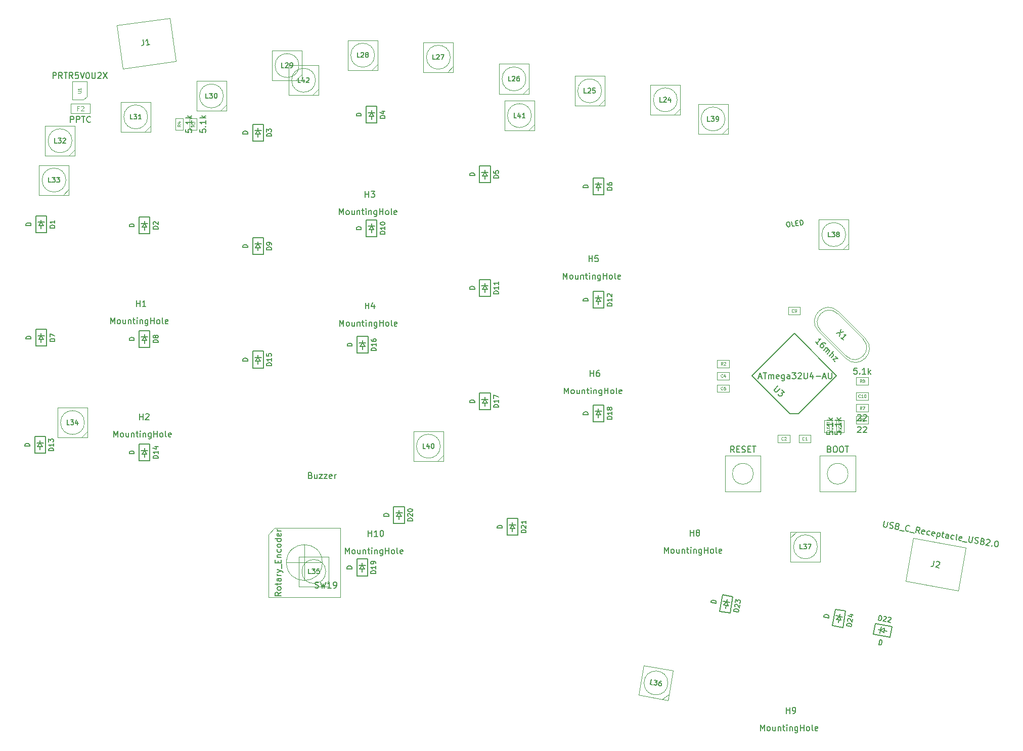
<source format=gbr>
%TF.GenerationSoftware,KiCad,Pcbnew,5.1.10*%
%TF.CreationDate,2021-05-25T21:23:54-05:00*%
%TF.ProjectId,nightwing,6e696768-7477-4696-9e67-2e6b69636164,rev?*%
%TF.SameCoordinates,Original*%
%TF.FileFunction,Other,Fab,Top*%
%FSLAX46Y46*%
G04 Gerber Fmt 4.6, Leading zero omitted, Abs format (unit mm)*
G04 Created by KiCad (PCBNEW 5.1.10) date 2021-05-25 21:23:54*
%MOMM*%
%LPD*%
G01*
G04 APERTURE LIST*
%ADD10C,0.100000*%
%ADD11C,0.150000*%
%ADD12C,0.120000*%
%ADD13C,0.160000*%
%ADD14C,0.080000*%
%ADD15C,0.152400*%
%ADD16C,0.075000*%
G04 APERTURE END LIST*
D10*
%TO.C,L31*%
X40375000Y-32752641D02*
X39375000Y-33752641D01*
X39875000Y-31252641D02*
G75*
G03*
X39875000Y-31252641I-2000000J0D01*
G01*
X35375000Y-28752641D02*
X35375000Y-33752641D01*
X35375000Y-33752641D02*
X40375000Y-33752641D01*
X40375000Y-28752641D02*
X35375000Y-28752641D01*
X40375000Y-33752641D02*
X40375000Y-28752641D01*
%TO.C,RIGHT*%
X155195000Y-84050000D02*
X155195000Y-82050000D01*
X156445000Y-84050000D02*
X155195000Y-84050000D01*
X156445000Y-82050000D02*
X156445000Y-84050000D01*
X155195000Y-82050000D02*
X156445000Y-82050000D01*
%TO.C,LEFT*%
X154445000Y-84050000D02*
X153195000Y-84050000D01*
X153195000Y-84050000D02*
X153195000Y-82050000D01*
X153195000Y-82050000D02*
X154445000Y-82050000D01*
X154445000Y-82050000D02*
X154445000Y-84050000D01*
%TO.C,BOOT*%
X157148714Y-91000000D02*
G75*
G03*
X157148714Y-91000000I-1750714J0D01*
G01*
X158398000Y-88000000D02*
X152398000Y-88000000D01*
X158398000Y-94000000D02*
X158398000Y-88000000D01*
X152398000Y-94000000D02*
X158398000Y-94000000D01*
X152398000Y-88000000D02*
X152398000Y-94000000D01*
%TO.C,L32*%
X27705000Y-36752641D02*
X26705000Y-37752641D01*
X27205000Y-35252641D02*
G75*
G03*
X27205000Y-35252641I-2000000J0D01*
G01*
X22705000Y-32752641D02*
X22705000Y-37752641D01*
X22705000Y-37752641D02*
X27705000Y-37752641D01*
X27705000Y-32752641D02*
X22705000Y-32752641D01*
X27705000Y-37752641D02*
X27705000Y-32752641D01*
%TO.C,RESET*%
X141279714Y-91000000D02*
G75*
G03*
X141279714Y-91000000I-1750714J0D01*
G01*
X142529000Y-88000000D02*
X136529000Y-88000000D01*
X142529000Y-94000000D02*
X142529000Y-88000000D01*
X136529000Y-94000000D02*
X142529000Y-94000000D01*
X136529000Y-88000000D02*
X136529000Y-94000000D01*
%TO.C,L39*%
X137033000Y-34105000D02*
X137033000Y-29105000D01*
X132033000Y-29105000D02*
X132033000Y-34105000D01*
X137033000Y-33105000D02*
X136033000Y-34105000D01*
X137033000Y-29105000D02*
X132033000Y-29105000D01*
X136533000Y-31605000D02*
G75*
G03*
X136533000Y-31605000I-2000000J0D01*
G01*
X132033000Y-34105000D02*
X137033000Y-34105000D01*
%TO.C,R7*%
X158500000Y-80625000D02*
X158500000Y-79375000D01*
X158500000Y-79375000D02*
X160500000Y-79375000D01*
X160500000Y-79375000D02*
X160500000Y-80625000D01*
X160500000Y-80625000D02*
X158500000Y-80625000D01*
%TO.C,R8*%
X160500000Y-74875000D02*
X160500000Y-76125000D01*
X160500000Y-76125000D02*
X158500000Y-76125000D01*
X158500000Y-76125000D02*
X158500000Y-74875000D01*
X158500000Y-74875000D02*
X160500000Y-74875000D01*
%TO.C,J2*%
X166753093Y-108990341D02*
X168020725Y-101801244D01*
X176824907Y-103353659D02*
X168020725Y-101801244D01*
X175557275Y-110542756D02*
X176824907Y-103353659D01*
X175557275Y-110542756D02*
X166753093Y-108990341D01*
D11*
%TO.C,U3*%
X147430893Y-80943961D02*
X141066932Y-74580000D01*
X141066932Y-74580000D02*
X148138000Y-67508932D01*
X148138000Y-67508932D02*
X155209068Y-74580000D01*
X155209068Y-74580000D02*
X148845107Y-80943961D01*
X148845107Y-80943961D02*
X147430893Y-80943961D01*
D10*
%TO.C,R2*%
X135230000Y-73205000D02*
X135230000Y-71955000D01*
X135230000Y-71955000D02*
X137230000Y-71955000D01*
X137230000Y-71955000D02*
X137230000Y-73205000D01*
X137230000Y-73205000D02*
X135230000Y-73205000D01*
%TO.C,L42*%
X63476000Y-27621000D02*
X68476000Y-27621000D01*
X67976000Y-25121000D02*
G75*
G03*
X67976000Y-25121000I-2000000J0D01*
G01*
X68476000Y-22621000D02*
X63476000Y-22621000D01*
X68476000Y-26621000D02*
X67476000Y-27621000D01*
X63476000Y-22621000D02*
X63476000Y-27621000D01*
X68476000Y-27621000D02*
X68476000Y-22621000D01*
%TO.C,L41*%
X99621000Y-33533000D02*
X104621000Y-33533000D01*
X104121000Y-31033000D02*
G75*
G03*
X104121000Y-31033000I-2000000J0D01*
G01*
X104621000Y-28533000D02*
X99621000Y-28533000D01*
X104621000Y-32533000D02*
X103621000Y-33533000D01*
X99621000Y-28533000D02*
X99621000Y-33533000D01*
X104621000Y-33533000D02*
X104621000Y-28533000D01*
%TO.C,L40*%
X84374000Y-88888000D02*
X89374000Y-88888000D01*
X88874000Y-86388000D02*
G75*
G03*
X88874000Y-86388000I-2000000J0D01*
G01*
X89374000Y-83888000D02*
X84374000Y-83888000D01*
X89374000Y-87888000D02*
X88374000Y-88888000D01*
X84374000Y-83888000D02*
X84374000Y-88888000D01*
X89374000Y-88888000D02*
X89374000Y-83888000D01*
%TO.C,C10*%
X158500000Y-78625000D02*
X158500000Y-77375000D01*
X158500000Y-77375000D02*
X160500000Y-77375000D01*
X160500000Y-77375000D02*
X160500000Y-78625000D01*
X160500000Y-78625000D02*
X158500000Y-78625000D01*
%TO.C,C9*%
X149120000Y-63105000D02*
X149120000Y-64355000D01*
X149120000Y-64355000D02*
X147120000Y-64355000D01*
X147120000Y-64355000D02*
X147120000Y-63105000D01*
X147120000Y-63105000D02*
X149120000Y-63105000D01*
%TO.C,C5*%
X137230000Y-76085000D02*
X137230000Y-77335000D01*
X137230000Y-77335000D02*
X135230000Y-77335000D01*
X135230000Y-77335000D02*
X135230000Y-76085000D01*
X135230000Y-76085000D02*
X137230000Y-76085000D01*
%TO.C,C4*%
X137230000Y-73985000D02*
X137230000Y-75235000D01*
X137230000Y-75235000D02*
X135230000Y-75235000D01*
X135230000Y-75235000D02*
X135230000Y-73985000D01*
X135230000Y-73985000D02*
X137230000Y-73985000D01*
%TO.C,C2*%
X147384000Y-84528000D02*
X147384000Y-85778000D01*
X147384000Y-85778000D02*
X145384000Y-85778000D01*
X145384000Y-85778000D02*
X145384000Y-84528000D01*
X145384000Y-84528000D02*
X147384000Y-84528000D01*
%TO.C,C1*%
X148886000Y-85778000D02*
X148886000Y-84528000D01*
X148886000Y-84528000D02*
X150886000Y-84528000D01*
X150886000Y-84528000D02*
X150886000Y-85778000D01*
X150886000Y-85778000D02*
X148886000Y-85778000D01*
%TO.C,L35*%
X70194324Y-109861721D02*
X70194324Y-104861721D01*
X65194324Y-104861721D02*
X65194324Y-109861721D01*
X70194324Y-108861721D02*
X69194324Y-109861721D01*
X70194324Y-104861721D02*
X65194324Y-104861721D01*
X69694324Y-107361721D02*
G75*
G03*
X69694324Y-107361721I-2000000J0D01*
G01*
X65194324Y-109861721D02*
X70194324Y-109861721D01*
%TO.C,L29*%
X65705000Y-24152641D02*
X64705000Y-25152641D01*
X65205000Y-22652641D02*
G75*
G03*
X65205000Y-22652641I-2000000J0D01*
G01*
X60705000Y-20152641D02*
X60705000Y-25152641D01*
X60705000Y-25152641D02*
X65705000Y-25152641D01*
X65705000Y-20152641D02*
X60705000Y-20152641D01*
X65705000Y-25152641D02*
X65705000Y-20152641D01*
%TO.C,L30*%
X53045000Y-29252641D02*
X52045000Y-30252641D01*
X52545000Y-27752641D02*
G75*
G03*
X52545000Y-27752641I-2000000J0D01*
G01*
X48045000Y-25252641D02*
X48045000Y-30252641D01*
X48045000Y-30252641D02*
X53045000Y-30252641D01*
X53045000Y-25252641D02*
X48045000Y-25252641D01*
X53045000Y-30252641D02*
X53045000Y-25252641D01*
%TO.C,J1*%
X44617480Y-21934375D02*
X35764484Y-23178582D01*
X44617480Y-21934375D02*
X43601516Y-14705418D01*
X43601516Y-14705418D02*
X34748520Y-15949625D01*
X35764484Y-23178582D02*
X34748520Y-15949625D01*
D12*
%TO.C,SW19*%
X63110000Y-105864000D02*
X69110000Y-105864000D01*
X66110000Y-102864000D02*
X66110000Y-108864000D01*
X60110000Y-101164000D02*
X61110000Y-100064000D01*
X60110000Y-111664000D02*
X60110000Y-101164000D01*
X72110000Y-111664000D02*
X60110000Y-111664000D01*
X72110000Y-100064000D02*
X72110000Y-111664000D01*
X61110000Y-100064000D02*
X72110000Y-100064000D01*
X69110000Y-105864000D02*
G75*
G03*
X69110000Y-105864000I-3000000J0D01*
G01*
D10*
%TO.C,L38*%
X157250000Y-53454000D02*
X157250000Y-48454000D01*
X152250000Y-48454000D02*
X152250000Y-53454000D01*
X157250000Y-52454000D02*
X156250000Y-53454000D01*
X157250000Y-48454000D02*
X152250000Y-48454000D01*
X156750000Y-50954000D02*
G75*
G03*
X156750000Y-50954000I-2000000J0D01*
G01*
X152250000Y-53454000D02*
X157250000Y-53454000D01*
%TO.C,L37*%
X147506000Y-100728000D02*
X147506000Y-105728000D01*
X152506000Y-105728000D02*
X152506000Y-100728000D01*
X147506000Y-101728000D02*
X148506000Y-100728000D01*
X147506000Y-105728000D02*
X152506000Y-105728000D01*
X152006000Y-103228000D02*
G75*
G03*
X152006000Y-103228000I-2000000J0D01*
G01*
X152506000Y-100728000D02*
X147506000Y-100728000D01*
%TO.C,L36*%
X127002862Y-128913912D02*
X127871103Y-123989873D01*
X122947064Y-123121632D02*
X122078823Y-128045671D01*
X127176510Y-127929104D02*
X126018054Y-128740264D01*
X127871103Y-123989873D02*
X122947064Y-123121632D01*
X126974963Y-126017772D02*
G75*
G03*
X126974963Y-126017772I-2000000J0D01*
G01*
X122078823Y-128045671D02*
X127002862Y-128913912D01*
%TO.C,L34*%
X29788505Y-84924487D02*
X29788505Y-79924487D01*
X24788505Y-79924487D02*
X24788505Y-84924487D01*
X29788505Y-83924487D02*
X28788505Y-84924487D01*
X29788505Y-79924487D02*
X24788505Y-79924487D01*
X29288505Y-82424487D02*
G75*
G03*
X29288505Y-82424487I-2000000J0D01*
G01*
X24788505Y-84924487D02*
X29788505Y-84924487D01*
%TO.C,L33*%
X26694788Y-44331170D02*
X26694788Y-39331170D01*
X21694788Y-39331170D02*
X21694788Y-44331170D01*
X26694788Y-43331170D02*
X25694788Y-44331170D01*
X26694788Y-39331170D02*
X21694788Y-39331170D01*
X26194788Y-41831170D02*
G75*
G03*
X26194788Y-41831170I-2000000J0D01*
G01*
X21694788Y-44331170D02*
X26694788Y-44331170D01*
%TO.C,L28*%
X78375000Y-22424000D02*
X77375000Y-23424000D01*
X77875000Y-20924000D02*
G75*
G03*
X77875000Y-20924000I-2000000J0D01*
G01*
X73375000Y-18424000D02*
X73375000Y-23424000D01*
X73375000Y-23424000D02*
X78375000Y-23424000D01*
X78375000Y-18424000D02*
X73375000Y-18424000D01*
X78375000Y-23424000D02*
X78375000Y-18424000D01*
%TO.C,L27*%
X91045000Y-22764000D02*
X90045000Y-23764000D01*
X90545000Y-21264000D02*
G75*
G03*
X90545000Y-21264000I-2000000J0D01*
G01*
X86045000Y-18764000D02*
X86045000Y-23764000D01*
X86045000Y-23764000D02*
X91045000Y-23764000D01*
X91045000Y-18764000D02*
X86045000Y-18764000D01*
X91045000Y-23764000D02*
X91045000Y-18764000D01*
%TO.C,L26*%
X103705000Y-26394000D02*
X102705000Y-27394000D01*
X103205000Y-24894000D02*
G75*
G03*
X103205000Y-24894000I-2000000J0D01*
G01*
X98705000Y-22394000D02*
X98705000Y-27394000D01*
X98705000Y-27394000D02*
X103705000Y-27394000D01*
X103705000Y-22394000D02*
X98705000Y-22394000D01*
X103705000Y-27394000D02*
X103705000Y-22394000D01*
%TO.C,L25*%
X116375000Y-28394000D02*
X115375000Y-29394000D01*
X115875000Y-26894000D02*
G75*
G03*
X115875000Y-26894000I-2000000J0D01*
G01*
X111375000Y-24394000D02*
X111375000Y-29394000D01*
X111375000Y-29394000D02*
X116375000Y-29394000D01*
X116375000Y-24394000D02*
X111375000Y-24394000D01*
X116375000Y-29394000D02*
X116375000Y-24394000D01*
%TO.C,L24*%
X129045000Y-29894000D02*
X128045000Y-30894000D01*
X128545000Y-28394000D02*
G75*
G03*
X128545000Y-28394000I-2000000J0D01*
G01*
X124045000Y-25894000D02*
X124045000Y-30894000D01*
X124045000Y-30894000D02*
X129045000Y-30894000D01*
X129045000Y-25894000D02*
X124045000Y-25894000D01*
X129045000Y-30894000D02*
X129045000Y-25894000D01*
%TO.C,R5*%
X158500000Y-82625000D02*
X158500000Y-81375000D01*
X158500000Y-81375000D02*
X160500000Y-81375000D01*
X160500000Y-81375000D02*
X160500000Y-82625000D01*
X160500000Y-82625000D02*
X158500000Y-82625000D01*
%TO.C,R3*%
X48127544Y-33457498D02*
X46877544Y-33457498D01*
X46877544Y-33457498D02*
X46877544Y-31457498D01*
X46877544Y-31457498D02*
X48127544Y-31457498D01*
X48127544Y-31457498D02*
X48127544Y-33457498D01*
%TO.C,R4*%
X45783819Y-31457498D02*
X45783819Y-33457498D01*
X44533819Y-31457498D02*
X45783819Y-31457498D01*
X44533819Y-33457498D02*
X44533819Y-31457498D01*
X45783819Y-33457498D02*
X44533819Y-33457498D01*
D13*
%TO.C,D1*%
X22945000Y-47835000D02*
X22945000Y-50635000D01*
X22945000Y-50635000D02*
X21145000Y-50635000D01*
X21145000Y-50635000D02*
X21145000Y-47835000D01*
X21145000Y-47835000D02*
X22945000Y-47835000D01*
X22045000Y-48485000D02*
X22045000Y-48885000D01*
X22045000Y-48885000D02*
X22595000Y-48885000D01*
X22045000Y-48885000D02*
X21495000Y-48885000D01*
X22045000Y-48885000D02*
X22445000Y-49485000D01*
X22445000Y-49485000D02*
X21645000Y-49485000D01*
X21645000Y-49485000D02*
X22045000Y-48885000D01*
X22045000Y-49485000D02*
X22045000Y-49985000D01*
%TO.C,D2*%
X40245000Y-48035000D02*
X40245000Y-50835000D01*
X40245000Y-50835000D02*
X38445000Y-50835000D01*
X38445000Y-50835000D02*
X38445000Y-48035000D01*
X38445000Y-48035000D02*
X40245000Y-48035000D01*
X39345000Y-48685000D02*
X39345000Y-49085000D01*
X39345000Y-49085000D02*
X39895000Y-49085000D01*
X39345000Y-49085000D02*
X38795000Y-49085000D01*
X39345000Y-49085000D02*
X39745000Y-49685000D01*
X39745000Y-49685000D02*
X38945000Y-49685000D01*
X38945000Y-49685000D02*
X39345000Y-49085000D01*
X39345000Y-49685000D02*
X39345000Y-50185000D01*
%TO.C,D3*%
X59245000Y-32485000D02*
X59245000Y-35285000D01*
X59245000Y-35285000D02*
X57445000Y-35285000D01*
X57445000Y-35285000D02*
X57445000Y-32485000D01*
X57445000Y-32485000D02*
X59245000Y-32485000D01*
X58345000Y-33135000D02*
X58345000Y-33535000D01*
X58345000Y-33535000D02*
X58895000Y-33535000D01*
X58345000Y-33535000D02*
X57795000Y-33535000D01*
X58345000Y-33535000D02*
X58745000Y-34135000D01*
X58745000Y-34135000D02*
X57945000Y-34135000D01*
X57945000Y-34135000D02*
X58345000Y-33535000D01*
X58345000Y-34135000D02*
X58345000Y-34635000D01*
%TO.C,D4*%
X78245000Y-29485000D02*
X78245000Y-32285000D01*
X78245000Y-32285000D02*
X76445000Y-32285000D01*
X76445000Y-32285000D02*
X76445000Y-29485000D01*
X76445000Y-29485000D02*
X78245000Y-29485000D01*
X77345000Y-30135000D02*
X77345000Y-30535000D01*
X77345000Y-30535000D02*
X77895000Y-30535000D01*
X77345000Y-30535000D02*
X76795000Y-30535000D01*
X77345000Y-30535000D02*
X77745000Y-31135000D01*
X77745000Y-31135000D02*
X76945000Y-31135000D01*
X76945000Y-31135000D02*
X77345000Y-30535000D01*
X77345000Y-31135000D02*
X77345000Y-31635000D01*
%TO.C,D5*%
X97245000Y-39485000D02*
X97245000Y-42285000D01*
X97245000Y-42285000D02*
X95445000Y-42285000D01*
X95445000Y-42285000D02*
X95445000Y-39485000D01*
X95445000Y-39485000D02*
X97245000Y-39485000D01*
X96345000Y-40135000D02*
X96345000Y-40535000D01*
X96345000Y-40535000D02*
X96895000Y-40535000D01*
X96345000Y-40535000D02*
X95795000Y-40535000D01*
X96345000Y-40535000D02*
X96745000Y-41135000D01*
X96745000Y-41135000D02*
X95945000Y-41135000D01*
X95945000Y-41135000D02*
X96345000Y-40535000D01*
X96345000Y-41135000D02*
X96345000Y-41635000D01*
%TO.C,D6*%
X116245000Y-41485000D02*
X116245000Y-44285000D01*
X116245000Y-44285000D02*
X114445000Y-44285000D01*
X114445000Y-44285000D02*
X114445000Y-41485000D01*
X114445000Y-41485000D02*
X116245000Y-41485000D01*
X115345000Y-42135000D02*
X115345000Y-42535000D01*
X115345000Y-42535000D02*
X115895000Y-42535000D01*
X115345000Y-42535000D02*
X114795000Y-42535000D01*
X115345000Y-42535000D02*
X115745000Y-43135000D01*
X115745000Y-43135000D02*
X114945000Y-43135000D01*
X114945000Y-43135000D02*
X115345000Y-42535000D01*
X115345000Y-43135000D02*
X115345000Y-43635000D01*
%TO.C,D7*%
X22945000Y-66835000D02*
X22945000Y-69635000D01*
X22945000Y-69635000D02*
X21145000Y-69635000D01*
X21145000Y-69635000D02*
X21145000Y-66835000D01*
X21145000Y-66835000D02*
X22945000Y-66835000D01*
X22045000Y-67485000D02*
X22045000Y-67885000D01*
X22045000Y-67885000D02*
X22595000Y-67885000D01*
X22045000Y-67885000D02*
X21495000Y-67885000D01*
X22045000Y-67885000D02*
X22445000Y-68485000D01*
X22445000Y-68485000D02*
X21645000Y-68485000D01*
X21645000Y-68485000D02*
X22045000Y-67885000D01*
X22045000Y-68485000D02*
X22045000Y-68985000D01*
%TO.C,D8*%
X40245000Y-67035000D02*
X40245000Y-69835000D01*
X40245000Y-69835000D02*
X38445000Y-69835000D01*
X38445000Y-69835000D02*
X38445000Y-67035000D01*
X38445000Y-67035000D02*
X40245000Y-67035000D01*
X39345000Y-67685000D02*
X39345000Y-68085000D01*
X39345000Y-68085000D02*
X39895000Y-68085000D01*
X39345000Y-68085000D02*
X38795000Y-68085000D01*
X39345000Y-68085000D02*
X39745000Y-68685000D01*
X39745000Y-68685000D02*
X38945000Y-68685000D01*
X38945000Y-68685000D02*
X39345000Y-68085000D01*
X39345000Y-68685000D02*
X39345000Y-69185000D01*
%TO.C,D9*%
X59245000Y-51485000D02*
X59245000Y-54285000D01*
X59245000Y-54285000D02*
X57445000Y-54285000D01*
X57445000Y-54285000D02*
X57445000Y-51485000D01*
X57445000Y-51485000D02*
X59245000Y-51485000D01*
X58345000Y-52135000D02*
X58345000Y-52535000D01*
X58345000Y-52535000D02*
X58895000Y-52535000D01*
X58345000Y-52535000D02*
X57795000Y-52535000D01*
X58345000Y-52535000D02*
X58745000Y-53135000D01*
X58745000Y-53135000D02*
X57945000Y-53135000D01*
X57945000Y-53135000D02*
X58345000Y-52535000D01*
X58345000Y-53135000D02*
X58345000Y-53635000D01*
%TO.C,D10*%
X78245000Y-48485000D02*
X78245000Y-51285000D01*
X78245000Y-51285000D02*
X76445000Y-51285000D01*
X76445000Y-51285000D02*
X76445000Y-48485000D01*
X76445000Y-48485000D02*
X78245000Y-48485000D01*
X77345000Y-49135000D02*
X77345000Y-49535000D01*
X77345000Y-49535000D02*
X77895000Y-49535000D01*
X77345000Y-49535000D02*
X76795000Y-49535000D01*
X77345000Y-49535000D02*
X77745000Y-50135000D01*
X77745000Y-50135000D02*
X76945000Y-50135000D01*
X76945000Y-50135000D02*
X77345000Y-49535000D01*
X77345000Y-50135000D02*
X77345000Y-50635000D01*
%TO.C,D11*%
X97245000Y-58485000D02*
X97245000Y-61285000D01*
X97245000Y-61285000D02*
X95445000Y-61285000D01*
X95445000Y-61285000D02*
X95445000Y-58485000D01*
X95445000Y-58485000D02*
X97245000Y-58485000D01*
X96345000Y-59135000D02*
X96345000Y-59535000D01*
X96345000Y-59535000D02*
X96895000Y-59535000D01*
X96345000Y-59535000D02*
X95795000Y-59535000D01*
X96345000Y-59535000D02*
X96745000Y-60135000D01*
X96745000Y-60135000D02*
X95945000Y-60135000D01*
X95945000Y-60135000D02*
X96345000Y-59535000D01*
X96345000Y-60135000D02*
X96345000Y-60635000D01*
%TO.C,D12*%
X116245000Y-60485000D02*
X116245000Y-63285000D01*
X116245000Y-63285000D02*
X114445000Y-63285000D01*
X114445000Y-63285000D02*
X114445000Y-60485000D01*
X114445000Y-60485000D02*
X116245000Y-60485000D01*
X115345000Y-61135000D02*
X115345000Y-61535000D01*
X115345000Y-61535000D02*
X115895000Y-61535000D01*
X115345000Y-61535000D02*
X114795000Y-61535000D01*
X115345000Y-61535000D02*
X115745000Y-62135000D01*
X115745000Y-62135000D02*
X114945000Y-62135000D01*
X114945000Y-62135000D02*
X115345000Y-61535000D01*
X115345000Y-62135000D02*
X115345000Y-62635000D01*
%TO.C,D13*%
X22751063Y-84774447D02*
X22751063Y-87574447D01*
X22751063Y-87574447D02*
X20951063Y-87574447D01*
X20951063Y-87574447D02*
X20951063Y-84774447D01*
X20951063Y-84774447D02*
X22751063Y-84774447D01*
X21851063Y-85424447D02*
X21851063Y-85824447D01*
X21851063Y-85824447D02*
X22401063Y-85824447D01*
X21851063Y-85824447D02*
X21301063Y-85824447D01*
X21851063Y-85824447D02*
X22251063Y-86424447D01*
X22251063Y-86424447D02*
X21451063Y-86424447D01*
X21451063Y-86424447D02*
X21851063Y-85824447D01*
X21851063Y-86424447D02*
X21851063Y-86924447D01*
%TO.C,D14*%
X40245000Y-86035000D02*
X40245000Y-88835000D01*
X40245000Y-88835000D02*
X38445000Y-88835000D01*
X38445000Y-88835000D02*
X38445000Y-86035000D01*
X38445000Y-86035000D02*
X40245000Y-86035000D01*
X39345000Y-86685000D02*
X39345000Y-87085000D01*
X39345000Y-87085000D02*
X39895000Y-87085000D01*
X39345000Y-87085000D02*
X38795000Y-87085000D01*
X39345000Y-87085000D02*
X39745000Y-87685000D01*
X39745000Y-87685000D02*
X38945000Y-87685000D01*
X38945000Y-87685000D02*
X39345000Y-87085000D01*
X39345000Y-87685000D02*
X39345000Y-88185000D01*
%TO.C,D15*%
X59245000Y-70485000D02*
X59245000Y-73285000D01*
X59245000Y-73285000D02*
X57445000Y-73285000D01*
X57445000Y-73285000D02*
X57445000Y-70485000D01*
X57445000Y-70485000D02*
X59245000Y-70485000D01*
X58345000Y-71135000D02*
X58345000Y-71535000D01*
X58345000Y-71535000D02*
X58895000Y-71535000D01*
X58345000Y-71535000D02*
X57795000Y-71535000D01*
X58345000Y-71535000D02*
X58745000Y-72135000D01*
X58745000Y-72135000D02*
X57945000Y-72135000D01*
X57945000Y-72135000D02*
X58345000Y-71535000D01*
X58345000Y-72135000D02*
X58345000Y-72635000D01*
%TO.C,D16*%
X76750487Y-68004854D02*
X76750487Y-70804854D01*
X76750487Y-70804854D02*
X74950487Y-70804854D01*
X74950487Y-70804854D02*
X74950487Y-68004854D01*
X74950487Y-68004854D02*
X76750487Y-68004854D01*
X75850487Y-68654854D02*
X75850487Y-69054854D01*
X75850487Y-69054854D02*
X76400487Y-69054854D01*
X75850487Y-69054854D02*
X75300487Y-69054854D01*
X75850487Y-69054854D02*
X76250487Y-69654854D01*
X76250487Y-69654854D02*
X75450487Y-69654854D01*
X75450487Y-69654854D02*
X75850487Y-69054854D01*
X75850487Y-69654854D02*
X75850487Y-70154854D01*
%TO.C,D17*%
X97245000Y-77485000D02*
X97245000Y-80285000D01*
X97245000Y-80285000D02*
X95445000Y-80285000D01*
X95445000Y-80285000D02*
X95445000Y-77485000D01*
X95445000Y-77485000D02*
X97245000Y-77485000D01*
X96345000Y-78135000D02*
X96345000Y-78535000D01*
X96345000Y-78535000D02*
X96895000Y-78535000D01*
X96345000Y-78535000D02*
X95795000Y-78535000D01*
X96345000Y-78535000D02*
X96745000Y-79135000D01*
X96745000Y-79135000D02*
X95945000Y-79135000D01*
X95945000Y-79135000D02*
X96345000Y-78535000D01*
X96345000Y-79135000D02*
X96345000Y-79635000D01*
%TO.C,D18*%
X116245000Y-79485000D02*
X116245000Y-82285000D01*
X116245000Y-82285000D02*
X114445000Y-82285000D01*
X114445000Y-82285000D02*
X114445000Y-79485000D01*
X114445000Y-79485000D02*
X116245000Y-79485000D01*
X115345000Y-80135000D02*
X115345000Y-80535000D01*
X115345000Y-80535000D02*
X115895000Y-80535000D01*
X115345000Y-80535000D02*
X114795000Y-80535000D01*
X115345000Y-80535000D02*
X115745000Y-81135000D01*
X115745000Y-81135000D02*
X114945000Y-81135000D01*
X114945000Y-81135000D02*
X115345000Y-80535000D01*
X115345000Y-81135000D02*
X115345000Y-81635000D01*
%TO.C,D19*%
X76689000Y-105281000D02*
X76689000Y-108081000D01*
X76689000Y-108081000D02*
X74889000Y-108081000D01*
X74889000Y-108081000D02*
X74889000Y-105281000D01*
X74889000Y-105281000D02*
X76689000Y-105281000D01*
X75789000Y-105931000D02*
X75789000Y-106331000D01*
X75789000Y-106331000D02*
X76339000Y-106331000D01*
X75789000Y-106331000D02*
X75239000Y-106331000D01*
X75789000Y-106331000D02*
X76189000Y-106931000D01*
X76189000Y-106931000D02*
X75389000Y-106931000D01*
X75389000Y-106931000D02*
X75789000Y-106331000D01*
X75789000Y-106931000D02*
X75789000Y-107431000D01*
%TO.C,D20*%
X82857500Y-96494000D02*
X82857500Y-99294000D01*
X82857500Y-99294000D02*
X81057500Y-99294000D01*
X81057500Y-99294000D02*
X81057500Y-96494000D01*
X81057500Y-96494000D02*
X82857500Y-96494000D01*
X81957500Y-97144000D02*
X81957500Y-97544000D01*
X81957500Y-97544000D02*
X82507500Y-97544000D01*
X81957500Y-97544000D02*
X81407500Y-97544000D01*
X81957500Y-97544000D02*
X82357500Y-98144000D01*
X82357500Y-98144000D02*
X81557500Y-98144000D01*
X81557500Y-98144000D02*
X81957500Y-97544000D01*
X81957500Y-98144000D02*
X81957500Y-98644000D01*
%TO.C,D21*%
X101857500Y-98494000D02*
X101857500Y-101294000D01*
X101857500Y-101294000D02*
X100057500Y-101294000D01*
X100057500Y-101294000D02*
X100057500Y-98494000D01*
X100057500Y-98494000D02*
X101857500Y-98494000D01*
X100957500Y-99144000D02*
X100957500Y-99544000D01*
X100957500Y-99544000D02*
X101507500Y-99544000D01*
X100957500Y-99544000D02*
X100407500Y-99544000D01*
X100957500Y-99544000D02*
X101357500Y-100144000D01*
X101357500Y-100144000D02*
X100557500Y-100144000D01*
X100557500Y-100144000D02*
X100957500Y-99544000D01*
X100957500Y-100144000D02*
X100957500Y-100644000D01*
%TO.C,D22*%
X161717394Y-116070718D02*
X164474855Y-116556932D01*
X164474855Y-116556932D02*
X164162288Y-118329586D01*
X164162288Y-118329586D02*
X161404827Y-117843372D01*
X161404827Y-117843372D02*
X161717394Y-116070718D01*
X162201235Y-117069916D02*
X162595158Y-117139375D01*
X162595158Y-117139375D02*
X162690665Y-116597731D01*
X162595158Y-117139375D02*
X162499652Y-117681019D01*
X162595158Y-117139375D02*
X163255502Y-116849641D01*
X163255502Y-116849641D02*
X163116584Y-117637487D01*
X163116584Y-117637487D02*
X162595158Y-117139375D01*
X163186043Y-117243564D02*
X163678447Y-117330388D01*
%TO.C,D23*%
X137873282Y-111571394D02*
X137387068Y-114328855D01*
X137387068Y-114328855D02*
X135614414Y-114016288D01*
X135614414Y-114016288D02*
X136100628Y-111258827D01*
X136100628Y-111258827D02*
X137873282Y-111571394D01*
X136874084Y-112055235D02*
X136804625Y-112449158D01*
X136804625Y-112449158D02*
X137346269Y-112544665D01*
X136804625Y-112449158D02*
X136262981Y-112353652D01*
X136804625Y-112449158D02*
X137094359Y-113109502D01*
X137094359Y-113109502D02*
X136306513Y-112970584D01*
X136306513Y-112970584D02*
X136804625Y-112449158D01*
X136700436Y-113040043D02*
X136613612Y-113532447D01*
%TO.C,D24*%
X156753282Y-113981394D02*
X156267068Y-116738855D01*
X156267068Y-116738855D02*
X154494414Y-116426288D01*
X154494414Y-116426288D02*
X154980628Y-113668827D01*
X154980628Y-113668827D02*
X156753282Y-113981394D01*
X155754084Y-114465235D02*
X155684625Y-114859158D01*
X155684625Y-114859158D02*
X156226269Y-114954665D01*
X155684625Y-114859158D02*
X155142981Y-114763652D01*
X155684625Y-114859158D02*
X155974359Y-115519502D01*
X155974359Y-115519502D02*
X155186513Y-115380584D01*
X155186513Y-115380584D02*
X155684625Y-114859158D01*
X155580436Y-115450043D02*
X155493612Y-115942447D01*
D10*
%TO.C,F2*%
X26999000Y-30684000D02*
X26999000Y-29084000D01*
X26999000Y-29084000D02*
X30199000Y-29084000D01*
X30199000Y-29084000D02*
X30199000Y-30684000D01*
X30199000Y-30684000D02*
X26999000Y-30684000D01*
%TO.C,U1*%
X29093000Y-28345000D02*
X29693000Y-27845000D01*
X29093000Y-28345000D02*
X27293000Y-28345000D01*
X29693000Y-25345000D02*
X29693000Y-27845000D01*
X27293000Y-25345000D02*
X29693000Y-25345000D01*
X27293000Y-28345000D02*
X27293000Y-25345000D01*
%TO.C,X1*%
X155495622Y-63839576D02*
X160021106Y-68365059D01*
X152207576Y-67127622D02*
X156733059Y-71653106D01*
X155407234Y-64210807D02*
X159649874Y-68453447D01*
X152578807Y-67039234D02*
X156821447Y-71281874D01*
X152207576Y-67127622D02*
G75*
G02*
X155495622Y-63839576I1644023J1644023D01*
G01*
X156733058Y-71653105D02*
G75*
G03*
X160021106Y-68365059I1644024J1644023D01*
G01*
X152578806Y-67039233D02*
G75*
G02*
X155407234Y-64210807I1414214J1414213D01*
G01*
X156821448Y-71281875D02*
G75*
G03*
X159649874Y-68453447I1414213J1414214D01*
G01*
%TD*%
%TO.C,L31*%
D11*
X37360714Y-31614545D02*
X36979761Y-31614545D01*
X36979761Y-30814545D01*
X37551190Y-30814545D02*
X38046428Y-30814545D01*
X37779761Y-31119307D01*
X37894047Y-31119307D01*
X37970238Y-31157402D01*
X38008333Y-31195498D01*
X38046428Y-31271688D01*
X38046428Y-31462164D01*
X38008333Y-31538355D01*
X37970238Y-31576450D01*
X37894047Y-31614545D01*
X37665476Y-31614545D01*
X37589285Y-31576450D01*
X37551190Y-31538355D01*
X38808333Y-31614545D02*
X38351190Y-31614545D01*
X38579761Y-31614545D02*
X38579761Y-30814545D01*
X38503571Y-30928831D01*
X38427380Y-31005021D01*
X38351190Y-31043117D01*
%TO.C,RIGHT*%
X153622380Y-83930952D02*
X153622380Y-84407142D01*
X154098571Y-84454761D01*
X154050952Y-84407142D01*
X154003333Y-84311904D01*
X154003333Y-84073809D01*
X154050952Y-83978571D01*
X154098571Y-83930952D01*
X154193809Y-83883333D01*
X154431904Y-83883333D01*
X154527142Y-83930952D01*
X154574761Y-83978571D01*
X154622380Y-84073809D01*
X154622380Y-84311904D01*
X154574761Y-84407142D01*
X154527142Y-84454761D01*
X154527142Y-83454761D02*
X154574761Y-83407142D01*
X154622380Y-83454761D01*
X154574761Y-83502380D01*
X154527142Y-83454761D01*
X154622380Y-83454761D01*
X154622380Y-82454761D02*
X154622380Y-83026190D01*
X154622380Y-82740476D02*
X153622380Y-82740476D01*
X153765238Y-82835714D01*
X153860476Y-82930952D01*
X153908095Y-83026190D01*
X154622380Y-82026190D02*
X153622380Y-82026190D01*
X154241428Y-81930952D02*
X154622380Y-81645238D01*
X153955714Y-81645238D02*
X154336666Y-82026190D01*
D14*
X156046190Y-83716666D02*
X155808095Y-83883333D01*
X156046190Y-84002380D02*
X155546190Y-84002380D01*
X155546190Y-83811904D01*
X155570000Y-83764285D01*
X155593809Y-83740476D01*
X155641428Y-83716666D01*
X155712857Y-83716666D01*
X155760476Y-83740476D01*
X155784285Y-83764285D01*
X155808095Y-83811904D01*
X155808095Y-84002380D01*
X156046190Y-83502380D02*
X155546190Y-83502380D01*
X155570000Y-83002380D02*
X155546190Y-83050000D01*
X155546190Y-83121428D01*
X155570000Y-83192857D01*
X155617619Y-83240476D01*
X155665238Y-83264285D01*
X155760476Y-83288095D01*
X155831904Y-83288095D01*
X155927142Y-83264285D01*
X155974761Y-83240476D01*
X156022380Y-83192857D01*
X156046190Y-83121428D01*
X156046190Y-83073809D01*
X156022380Y-83002380D01*
X155998571Y-82978571D01*
X155831904Y-82978571D01*
X155831904Y-83073809D01*
X156046190Y-82764285D02*
X155546190Y-82764285D01*
X155784285Y-82764285D02*
X155784285Y-82478571D01*
X156046190Y-82478571D02*
X155546190Y-82478571D01*
X155546190Y-82311904D02*
X155546190Y-82026190D01*
X156046190Y-82169047D02*
X155546190Y-82169047D01*
%TO.C,LEFT*%
D11*
X154922380Y-83930952D02*
X154922380Y-84407142D01*
X155398571Y-84454761D01*
X155350952Y-84407142D01*
X155303333Y-84311904D01*
X155303333Y-84073809D01*
X155350952Y-83978571D01*
X155398571Y-83930952D01*
X155493809Y-83883333D01*
X155731904Y-83883333D01*
X155827142Y-83930952D01*
X155874761Y-83978571D01*
X155922380Y-84073809D01*
X155922380Y-84311904D01*
X155874761Y-84407142D01*
X155827142Y-84454761D01*
X155827142Y-83454761D02*
X155874761Y-83407142D01*
X155922380Y-83454761D01*
X155874761Y-83502380D01*
X155827142Y-83454761D01*
X155922380Y-83454761D01*
X155922380Y-82454761D02*
X155922380Y-83026190D01*
X155922380Y-82740476D02*
X154922380Y-82740476D01*
X155065238Y-82835714D01*
X155160476Y-82930952D01*
X155208095Y-83026190D01*
X155922380Y-82026190D02*
X154922380Y-82026190D01*
X155541428Y-81930952D02*
X155922380Y-81645238D01*
X155255714Y-81645238D02*
X155636666Y-82026190D01*
D14*
X154046190Y-83526190D02*
X154046190Y-83764285D01*
X153546190Y-83764285D01*
X153784285Y-83359523D02*
X153784285Y-83192857D01*
X154046190Y-83121428D02*
X154046190Y-83359523D01*
X153546190Y-83359523D01*
X153546190Y-83121428D01*
X153784285Y-82740476D02*
X153784285Y-82907142D01*
X154046190Y-82907142D02*
X153546190Y-82907142D01*
X153546190Y-82669047D01*
X153546190Y-82550000D02*
X153546190Y-82264285D01*
X154046190Y-82407142D02*
X153546190Y-82407142D01*
%TO.C,BOOT*%
D11*
X154040857Y-86878571D02*
X154183714Y-86926190D01*
X154231333Y-86973809D01*
X154278952Y-87069047D01*
X154278952Y-87211904D01*
X154231333Y-87307142D01*
X154183714Y-87354761D01*
X154088476Y-87402380D01*
X153707523Y-87402380D01*
X153707523Y-86402380D01*
X154040857Y-86402380D01*
X154136095Y-86450000D01*
X154183714Y-86497619D01*
X154231333Y-86592857D01*
X154231333Y-86688095D01*
X154183714Y-86783333D01*
X154136095Y-86830952D01*
X154040857Y-86878571D01*
X153707523Y-86878571D01*
X154898000Y-86402380D02*
X155088476Y-86402380D01*
X155183714Y-86450000D01*
X155278952Y-86545238D01*
X155326571Y-86735714D01*
X155326571Y-87069047D01*
X155278952Y-87259523D01*
X155183714Y-87354761D01*
X155088476Y-87402380D01*
X154898000Y-87402380D01*
X154802761Y-87354761D01*
X154707523Y-87259523D01*
X154659904Y-87069047D01*
X154659904Y-86735714D01*
X154707523Y-86545238D01*
X154802761Y-86450000D01*
X154898000Y-86402380D01*
X155945619Y-86402380D02*
X156136095Y-86402380D01*
X156231333Y-86450000D01*
X156326571Y-86545238D01*
X156374190Y-86735714D01*
X156374190Y-87069047D01*
X156326571Y-87259523D01*
X156231333Y-87354761D01*
X156136095Y-87402380D01*
X155945619Y-87402380D01*
X155850380Y-87354761D01*
X155755142Y-87259523D01*
X155707523Y-87069047D01*
X155707523Y-86735714D01*
X155755142Y-86545238D01*
X155850380Y-86450000D01*
X155945619Y-86402380D01*
X156659904Y-86402380D02*
X157231333Y-86402380D01*
X156945619Y-87402380D02*
X156945619Y-86402380D01*
%TO.C,L32*%
X24690714Y-35614545D02*
X24309761Y-35614545D01*
X24309761Y-34814545D01*
X24881190Y-34814545D02*
X25376428Y-34814545D01*
X25109761Y-35119307D01*
X25224047Y-35119307D01*
X25300238Y-35157402D01*
X25338333Y-35195498D01*
X25376428Y-35271688D01*
X25376428Y-35462164D01*
X25338333Y-35538355D01*
X25300238Y-35576450D01*
X25224047Y-35614545D01*
X24995476Y-35614545D01*
X24919285Y-35576450D01*
X24881190Y-35538355D01*
X25681190Y-34890736D02*
X25719285Y-34852641D01*
X25795476Y-34814545D01*
X25985952Y-34814545D01*
X26062142Y-34852641D01*
X26100238Y-34890736D01*
X26138333Y-34966926D01*
X26138333Y-35043117D01*
X26100238Y-35157402D01*
X25643095Y-35614545D01*
X26138333Y-35614545D01*
%TO.C,RESET*%
X138076619Y-87402380D02*
X137743285Y-86926190D01*
X137505190Y-87402380D02*
X137505190Y-86402380D01*
X137886142Y-86402380D01*
X137981380Y-86450000D01*
X138029000Y-86497619D01*
X138076619Y-86592857D01*
X138076619Y-86735714D01*
X138029000Y-86830952D01*
X137981380Y-86878571D01*
X137886142Y-86926190D01*
X137505190Y-86926190D01*
X138505190Y-86878571D02*
X138838523Y-86878571D01*
X138981380Y-87402380D02*
X138505190Y-87402380D01*
X138505190Y-86402380D01*
X138981380Y-86402380D01*
X139362333Y-87354761D02*
X139505190Y-87402380D01*
X139743285Y-87402380D01*
X139838523Y-87354761D01*
X139886142Y-87307142D01*
X139933761Y-87211904D01*
X139933761Y-87116666D01*
X139886142Y-87021428D01*
X139838523Y-86973809D01*
X139743285Y-86926190D01*
X139552809Y-86878571D01*
X139457571Y-86830952D01*
X139409952Y-86783333D01*
X139362333Y-86688095D01*
X139362333Y-86592857D01*
X139409952Y-86497619D01*
X139457571Y-86450000D01*
X139552809Y-86402380D01*
X139790904Y-86402380D01*
X139933761Y-86450000D01*
X140362333Y-86878571D02*
X140695666Y-86878571D01*
X140838523Y-87402380D02*
X140362333Y-87402380D01*
X140362333Y-86402380D01*
X140838523Y-86402380D01*
X141124238Y-86402380D02*
X141695666Y-86402380D01*
X141409952Y-87402380D02*
X141409952Y-86402380D01*
%TO.C,L39*%
X134018714Y-31966904D02*
X133637761Y-31966904D01*
X133637761Y-31166904D01*
X134209190Y-31166904D02*
X134704428Y-31166904D01*
X134437761Y-31471666D01*
X134552047Y-31471666D01*
X134628238Y-31509761D01*
X134666333Y-31547857D01*
X134704428Y-31624047D01*
X134704428Y-31814523D01*
X134666333Y-31890714D01*
X134628238Y-31928809D01*
X134552047Y-31966904D01*
X134323476Y-31966904D01*
X134247285Y-31928809D01*
X134209190Y-31890714D01*
X135085380Y-31966904D02*
X135237761Y-31966904D01*
X135313952Y-31928809D01*
X135352047Y-31890714D01*
X135428238Y-31776428D01*
X135466333Y-31624047D01*
X135466333Y-31319285D01*
X135428238Y-31243095D01*
X135390142Y-31205000D01*
X135313952Y-31166904D01*
X135161571Y-31166904D01*
X135085380Y-31205000D01*
X135047285Y-31243095D01*
X135009190Y-31319285D01*
X135009190Y-31509761D01*
X135047285Y-31585952D01*
X135085380Y-31624047D01*
X135161571Y-31662142D01*
X135313952Y-31662142D01*
X135390142Y-31624047D01*
X135428238Y-31585952D01*
X135466333Y-31509761D01*
%TO.C,R7*%
X158738095Y-81197619D02*
X158785714Y-81150000D01*
X158880952Y-81102380D01*
X159119047Y-81102380D01*
X159214285Y-81150000D01*
X159261904Y-81197619D01*
X159309523Y-81292857D01*
X159309523Y-81388095D01*
X159261904Y-81530952D01*
X158690476Y-82102380D01*
X159309523Y-82102380D01*
X159690476Y-81197619D02*
X159738095Y-81150000D01*
X159833333Y-81102380D01*
X160071428Y-81102380D01*
X160166666Y-81150000D01*
X160214285Y-81197619D01*
X160261904Y-81292857D01*
X160261904Y-81388095D01*
X160214285Y-81530952D01*
X159642857Y-82102380D01*
X160261904Y-82102380D01*
D14*
X159416666Y-80226190D02*
X159250000Y-79988095D01*
X159130952Y-80226190D02*
X159130952Y-79726190D01*
X159321428Y-79726190D01*
X159369047Y-79750000D01*
X159392857Y-79773809D01*
X159416666Y-79821428D01*
X159416666Y-79892857D01*
X159392857Y-79940476D01*
X159369047Y-79964285D01*
X159321428Y-79988095D01*
X159130952Y-79988095D01*
X159583333Y-79726190D02*
X159916666Y-79726190D01*
X159702380Y-80226190D01*
%TO.C,R8*%
D11*
X158619047Y-73302380D02*
X158142857Y-73302380D01*
X158095238Y-73778571D01*
X158142857Y-73730952D01*
X158238095Y-73683333D01*
X158476190Y-73683333D01*
X158571428Y-73730952D01*
X158619047Y-73778571D01*
X158666666Y-73873809D01*
X158666666Y-74111904D01*
X158619047Y-74207142D01*
X158571428Y-74254761D01*
X158476190Y-74302380D01*
X158238095Y-74302380D01*
X158142857Y-74254761D01*
X158095238Y-74207142D01*
X159095238Y-74207142D02*
X159142857Y-74254761D01*
X159095238Y-74302380D01*
X159047619Y-74254761D01*
X159095238Y-74207142D01*
X159095238Y-74302380D01*
X160095238Y-74302380D02*
X159523809Y-74302380D01*
X159809523Y-74302380D02*
X159809523Y-73302380D01*
X159714285Y-73445238D01*
X159619047Y-73540476D01*
X159523809Y-73588095D01*
X160523809Y-74302380D02*
X160523809Y-73302380D01*
X160619047Y-73921428D02*
X160904761Y-74302380D01*
X160904761Y-73635714D02*
X160523809Y-74016666D01*
D14*
X159416666Y-75726190D02*
X159250000Y-75488095D01*
X159130952Y-75726190D02*
X159130952Y-75226190D01*
X159321428Y-75226190D01*
X159369047Y-75250000D01*
X159392857Y-75273809D01*
X159416666Y-75321428D01*
X159416666Y-75392857D01*
X159392857Y-75440476D01*
X159369047Y-75464285D01*
X159321428Y-75488095D01*
X159130952Y-75488095D01*
X159702380Y-75440476D02*
X159654761Y-75416666D01*
X159630952Y-75392857D01*
X159607142Y-75345238D01*
X159607142Y-75321428D01*
X159630952Y-75273809D01*
X159654761Y-75250000D01*
X159702380Y-75226190D01*
X159797619Y-75226190D01*
X159845238Y-75250000D01*
X159869047Y-75273809D01*
X159892857Y-75321428D01*
X159892857Y-75345238D01*
X159869047Y-75392857D01*
X159845238Y-75416666D01*
X159797619Y-75440476D01*
X159702380Y-75440476D01*
X159654761Y-75464285D01*
X159630952Y-75488095D01*
X159607142Y-75535714D01*
X159607142Y-75630952D01*
X159630952Y-75678571D01*
X159654761Y-75702380D01*
X159702380Y-75726190D01*
X159797619Y-75726190D01*
X159845238Y-75702380D01*
X159869047Y-75678571D01*
X159892857Y-75630952D01*
X159892857Y-75535714D01*
X159869047Y-75488095D01*
X159845238Y-75464285D01*
X159797619Y-75440476D01*
%TO.C,H10*%
D11*
X72981285Y-104383380D02*
X72981285Y-103383380D01*
X73314619Y-104097666D01*
X73647952Y-103383380D01*
X73647952Y-104383380D01*
X74267000Y-104383380D02*
X74171761Y-104335761D01*
X74124142Y-104288142D01*
X74076523Y-104192904D01*
X74076523Y-103907190D01*
X74124142Y-103811952D01*
X74171761Y-103764333D01*
X74267000Y-103716714D01*
X74409857Y-103716714D01*
X74505095Y-103764333D01*
X74552714Y-103811952D01*
X74600333Y-103907190D01*
X74600333Y-104192904D01*
X74552714Y-104288142D01*
X74505095Y-104335761D01*
X74409857Y-104383380D01*
X74267000Y-104383380D01*
X75457476Y-103716714D02*
X75457476Y-104383380D01*
X75028904Y-103716714D02*
X75028904Y-104240523D01*
X75076523Y-104335761D01*
X75171761Y-104383380D01*
X75314619Y-104383380D01*
X75409857Y-104335761D01*
X75457476Y-104288142D01*
X75933666Y-103716714D02*
X75933666Y-104383380D01*
X75933666Y-103811952D02*
X75981285Y-103764333D01*
X76076523Y-103716714D01*
X76219380Y-103716714D01*
X76314619Y-103764333D01*
X76362238Y-103859571D01*
X76362238Y-104383380D01*
X76695571Y-103716714D02*
X77076523Y-103716714D01*
X76838428Y-103383380D02*
X76838428Y-104240523D01*
X76886047Y-104335761D01*
X76981285Y-104383380D01*
X77076523Y-104383380D01*
X77409857Y-104383380D02*
X77409857Y-103716714D01*
X77409857Y-103383380D02*
X77362238Y-103431000D01*
X77409857Y-103478619D01*
X77457476Y-103431000D01*
X77409857Y-103383380D01*
X77409857Y-103478619D01*
X77886047Y-103716714D02*
X77886047Y-104383380D01*
X77886047Y-103811952D02*
X77933666Y-103764333D01*
X78028904Y-103716714D01*
X78171761Y-103716714D01*
X78267000Y-103764333D01*
X78314619Y-103859571D01*
X78314619Y-104383380D01*
X79219380Y-103716714D02*
X79219380Y-104526238D01*
X79171761Y-104621476D01*
X79124142Y-104669095D01*
X79028904Y-104716714D01*
X78886047Y-104716714D01*
X78790809Y-104669095D01*
X79219380Y-104335761D02*
X79124142Y-104383380D01*
X78933666Y-104383380D01*
X78838428Y-104335761D01*
X78790809Y-104288142D01*
X78743190Y-104192904D01*
X78743190Y-103907190D01*
X78790809Y-103811952D01*
X78838428Y-103764333D01*
X78933666Y-103716714D01*
X79124142Y-103716714D01*
X79219380Y-103764333D01*
X79695571Y-104383380D02*
X79695571Y-103383380D01*
X79695571Y-103859571D02*
X80267000Y-103859571D01*
X80267000Y-104383380D02*
X80267000Y-103383380D01*
X80886047Y-104383380D02*
X80790809Y-104335761D01*
X80743190Y-104288142D01*
X80695571Y-104192904D01*
X80695571Y-103907190D01*
X80743190Y-103811952D01*
X80790809Y-103764333D01*
X80886047Y-103716714D01*
X81028904Y-103716714D01*
X81124142Y-103764333D01*
X81171761Y-103811952D01*
X81219380Y-103907190D01*
X81219380Y-104192904D01*
X81171761Y-104288142D01*
X81124142Y-104335761D01*
X81028904Y-104383380D01*
X80886047Y-104383380D01*
X81790809Y-104383380D02*
X81695571Y-104335761D01*
X81647952Y-104240523D01*
X81647952Y-103383380D01*
X82552714Y-104335761D02*
X82457476Y-104383380D01*
X82267000Y-104383380D01*
X82171761Y-104335761D01*
X82124142Y-104240523D01*
X82124142Y-103859571D01*
X82171761Y-103764333D01*
X82267000Y-103716714D01*
X82457476Y-103716714D01*
X82552714Y-103764333D01*
X82600333Y-103859571D01*
X82600333Y-103954809D01*
X82124142Y-104050047D01*
X76828904Y-101483380D02*
X76828904Y-100483380D01*
X76828904Y-100959571D02*
X77400333Y-100959571D01*
X77400333Y-101483380D02*
X77400333Y-100483380D01*
X78400333Y-101483380D02*
X77828904Y-101483380D01*
X78114619Y-101483380D02*
X78114619Y-100483380D01*
X78019380Y-100626238D01*
X77924142Y-100721476D01*
X77828904Y-100769095D01*
X79019380Y-100483380D02*
X79114619Y-100483380D01*
X79209857Y-100531000D01*
X79257476Y-100578619D01*
X79305095Y-100673857D01*
X79352714Y-100864333D01*
X79352714Y-101102428D01*
X79305095Y-101292904D01*
X79257476Y-101388142D01*
X79209857Y-101435761D01*
X79114619Y-101483380D01*
X79019380Y-101483380D01*
X78924142Y-101435761D01*
X78876523Y-101388142D01*
X78828904Y-101292904D01*
X78781285Y-101102428D01*
X78781285Y-100864333D01*
X78828904Y-100673857D01*
X78876523Y-100578619D01*
X78924142Y-100531000D01*
X79019380Y-100483380D01*
%TO.C,H9*%
X142464285Y-134012380D02*
X142464285Y-133012380D01*
X142797619Y-133726666D01*
X143130952Y-133012380D01*
X143130952Y-134012380D01*
X143750000Y-134012380D02*
X143654761Y-133964761D01*
X143607142Y-133917142D01*
X143559523Y-133821904D01*
X143559523Y-133536190D01*
X143607142Y-133440952D01*
X143654761Y-133393333D01*
X143750000Y-133345714D01*
X143892857Y-133345714D01*
X143988095Y-133393333D01*
X144035714Y-133440952D01*
X144083333Y-133536190D01*
X144083333Y-133821904D01*
X144035714Y-133917142D01*
X143988095Y-133964761D01*
X143892857Y-134012380D01*
X143750000Y-134012380D01*
X144940476Y-133345714D02*
X144940476Y-134012380D01*
X144511904Y-133345714D02*
X144511904Y-133869523D01*
X144559523Y-133964761D01*
X144654761Y-134012380D01*
X144797619Y-134012380D01*
X144892857Y-133964761D01*
X144940476Y-133917142D01*
X145416666Y-133345714D02*
X145416666Y-134012380D01*
X145416666Y-133440952D02*
X145464285Y-133393333D01*
X145559523Y-133345714D01*
X145702380Y-133345714D01*
X145797619Y-133393333D01*
X145845238Y-133488571D01*
X145845238Y-134012380D01*
X146178571Y-133345714D02*
X146559523Y-133345714D01*
X146321428Y-133012380D02*
X146321428Y-133869523D01*
X146369047Y-133964761D01*
X146464285Y-134012380D01*
X146559523Y-134012380D01*
X146892857Y-134012380D02*
X146892857Y-133345714D01*
X146892857Y-133012380D02*
X146845238Y-133060000D01*
X146892857Y-133107619D01*
X146940476Y-133060000D01*
X146892857Y-133012380D01*
X146892857Y-133107619D01*
X147369047Y-133345714D02*
X147369047Y-134012380D01*
X147369047Y-133440952D02*
X147416666Y-133393333D01*
X147511904Y-133345714D01*
X147654761Y-133345714D01*
X147750000Y-133393333D01*
X147797619Y-133488571D01*
X147797619Y-134012380D01*
X148702380Y-133345714D02*
X148702380Y-134155238D01*
X148654761Y-134250476D01*
X148607142Y-134298095D01*
X148511904Y-134345714D01*
X148369047Y-134345714D01*
X148273809Y-134298095D01*
X148702380Y-133964761D02*
X148607142Y-134012380D01*
X148416666Y-134012380D01*
X148321428Y-133964761D01*
X148273809Y-133917142D01*
X148226190Y-133821904D01*
X148226190Y-133536190D01*
X148273809Y-133440952D01*
X148321428Y-133393333D01*
X148416666Y-133345714D01*
X148607142Y-133345714D01*
X148702380Y-133393333D01*
X149178571Y-134012380D02*
X149178571Y-133012380D01*
X149178571Y-133488571D02*
X149750000Y-133488571D01*
X149750000Y-134012380D02*
X149750000Y-133012380D01*
X150369047Y-134012380D02*
X150273809Y-133964761D01*
X150226190Y-133917142D01*
X150178571Y-133821904D01*
X150178571Y-133536190D01*
X150226190Y-133440952D01*
X150273809Y-133393333D01*
X150369047Y-133345714D01*
X150511904Y-133345714D01*
X150607142Y-133393333D01*
X150654761Y-133440952D01*
X150702380Y-133536190D01*
X150702380Y-133821904D01*
X150654761Y-133917142D01*
X150607142Y-133964761D01*
X150511904Y-134012380D01*
X150369047Y-134012380D01*
X151273809Y-134012380D02*
X151178571Y-133964761D01*
X151130952Y-133869523D01*
X151130952Y-133012380D01*
X152035714Y-133964761D02*
X151940476Y-134012380D01*
X151750000Y-134012380D01*
X151654761Y-133964761D01*
X151607142Y-133869523D01*
X151607142Y-133488571D01*
X151654761Y-133393333D01*
X151750000Y-133345714D01*
X151940476Y-133345714D01*
X152035714Y-133393333D01*
X152083333Y-133488571D01*
X152083333Y-133583809D01*
X151607142Y-133679047D01*
X146788095Y-131112380D02*
X146788095Y-130112380D01*
X146788095Y-130588571D02*
X147359523Y-130588571D01*
X147359523Y-131112380D02*
X147359523Y-130112380D01*
X147883333Y-131112380D02*
X148073809Y-131112380D01*
X148169047Y-131064761D01*
X148216666Y-131017142D01*
X148311904Y-130874285D01*
X148359523Y-130683809D01*
X148359523Y-130302857D01*
X148311904Y-130207619D01*
X148264285Y-130160000D01*
X148169047Y-130112380D01*
X147978571Y-130112380D01*
X147883333Y-130160000D01*
X147835714Y-130207619D01*
X147788095Y-130302857D01*
X147788095Y-130540952D01*
X147835714Y-130636190D01*
X147883333Y-130683809D01*
X147978571Y-130731428D01*
X148169047Y-130731428D01*
X148264285Y-130683809D01*
X148311904Y-130636190D01*
X148359523Y-130540952D01*
%TO.C,H8*%
X126384285Y-104292380D02*
X126384285Y-103292380D01*
X126717619Y-104006666D01*
X127050952Y-103292380D01*
X127050952Y-104292380D01*
X127670000Y-104292380D02*
X127574761Y-104244761D01*
X127527142Y-104197142D01*
X127479523Y-104101904D01*
X127479523Y-103816190D01*
X127527142Y-103720952D01*
X127574761Y-103673333D01*
X127670000Y-103625714D01*
X127812857Y-103625714D01*
X127908095Y-103673333D01*
X127955714Y-103720952D01*
X128003333Y-103816190D01*
X128003333Y-104101904D01*
X127955714Y-104197142D01*
X127908095Y-104244761D01*
X127812857Y-104292380D01*
X127670000Y-104292380D01*
X128860476Y-103625714D02*
X128860476Y-104292380D01*
X128431904Y-103625714D02*
X128431904Y-104149523D01*
X128479523Y-104244761D01*
X128574761Y-104292380D01*
X128717619Y-104292380D01*
X128812857Y-104244761D01*
X128860476Y-104197142D01*
X129336666Y-103625714D02*
X129336666Y-104292380D01*
X129336666Y-103720952D02*
X129384285Y-103673333D01*
X129479523Y-103625714D01*
X129622380Y-103625714D01*
X129717619Y-103673333D01*
X129765238Y-103768571D01*
X129765238Y-104292380D01*
X130098571Y-103625714D02*
X130479523Y-103625714D01*
X130241428Y-103292380D02*
X130241428Y-104149523D01*
X130289047Y-104244761D01*
X130384285Y-104292380D01*
X130479523Y-104292380D01*
X130812857Y-104292380D02*
X130812857Y-103625714D01*
X130812857Y-103292380D02*
X130765238Y-103340000D01*
X130812857Y-103387619D01*
X130860476Y-103340000D01*
X130812857Y-103292380D01*
X130812857Y-103387619D01*
X131289047Y-103625714D02*
X131289047Y-104292380D01*
X131289047Y-103720952D02*
X131336666Y-103673333D01*
X131431904Y-103625714D01*
X131574761Y-103625714D01*
X131670000Y-103673333D01*
X131717619Y-103768571D01*
X131717619Y-104292380D01*
X132622380Y-103625714D02*
X132622380Y-104435238D01*
X132574761Y-104530476D01*
X132527142Y-104578095D01*
X132431904Y-104625714D01*
X132289047Y-104625714D01*
X132193809Y-104578095D01*
X132622380Y-104244761D02*
X132527142Y-104292380D01*
X132336666Y-104292380D01*
X132241428Y-104244761D01*
X132193809Y-104197142D01*
X132146190Y-104101904D01*
X132146190Y-103816190D01*
X132193809Y-103720952D01*
X132241428Y-103673333D01*
X132336666Y-103625714D01*
X132527142Y-103625714D01*
X132622380Y-103673333D01*
X133098571Y-104292380D02*
X133098571Y-103292380D01*
X133098571Y-103768571D02*
X133670000Y-103768571D01*
X133670000Y-104292380D02*
X133670000Y-103292380D01*
X134289047Y-104292380D02*
X134193809Y-104244761D01*
X134146190Y-104197142D01*
X134098571Y-104101904D01*
X134098571Y-103816190D01*
X134146190Y-103720952D01*
X134193809Y-103673333D01*
X134289047Y-103625714D01*
X134431904Y-103625714D01*
X134527142Y-103673333D01*
X134574761Y-103720952D01*
X134622380Y-103816190D01*
X134622380Y-104101904D01*
X134574761Y-104197142D01*
X134527142Y-104244761D01*
X134431904Y-104292380D01*
X134289047Y-104292380D01*
X135193809Y-104292380D02*
X135098571Y-104244761D01*
X135050952Y-104149523D01*
X135050952Y-103292380D01*
X135955714Y-104244761D02*
X135860476Y-104292380D01*
X135670000Y-104292380D01*
X135574761Y-104244761D01*
X135527142Y-104149523D01*
X135527142Y-103768571D01*
X135574761Y-103673333D01*
X135670000Y-103625714D01*
X135860476Y-103625714D01*
X135955714Y-103673333D01*
X136003333Y-103768571D01*
X136003333Y-103863809D01*
X135527142Y-103959047D01*
X130708095Y-101392380D02*
X130708095Y-100392380D01*
X130708095Y-100868571D02*
X131279523Y-100868571D01*
X131279523Y-101392380D02*
X131279523Y-100392380D01*
X131898571Y-100820952D02*
X131803333Y-100773333D01*
X131755714Y-100725714D01*
X131708095Y-100630476D01*
X131708095Y-100582857D01*
X131755714Y-100487619D01*
X131803333Y-100440000D01*
X131898571Y-100392380D01*
X132089047Y-100392380D01*
X132184285Y-100440000D01*
X132231904Y-100487619D01*
X132279523Y-100582857D01*
X132279523Y-100630476D01*
X132231904Y-100725714D01*
X132184285Y-100773333D01*
X132089047Y-100820952D01*
X131898571Y-100820952D01*
X131803333Y-100868571D01*
X131755714Y-100916190D01*
X131708095Y-101011428D01*
X131708095Y-101201904D01*
X131755714Y-101297142D01*
X131803333Y-101344761D01*
X131898571Y-101392380D01*
X132089047Y-101392380D01*
X132184285Y-101344761D01*
X132231904Y-101297142D01*
X132279523Y-101201904D01*
X132279523Y-101011428D01*
X132231904Y-100916190D01*
X132184285Y-100868571D01*
X132089047Y-100820952D01*
%TO.C,H6*%
X109674285Y-77592380D02*
X109674285Y-76592380D01*
X110007619Y-77306666D01*
X110340952Y-76592380D01*
X110340952Y-77592380D01*
X110960000Y-77592380D02*
X110864761Y-77544761D01*
X110817142Y-77497142D01*
X110769523Y-77401904D01*
X110769523Y-77116190D01*
X110817142Y-77020952D01*
X110864761Y-76973333D01*
X110960000Y-76925714D01*
X111102857Y-76925714D01*
X111198095Y-76973333D01*
X111245714Y-77020952D01*
X111293333Y-77116190D01*
X111293333Y-77401904D01*
X111245714Y-77497142D01*
X111198095Y-77544761D01*
X111102857Y-77592380D01*
X110960000Y-77592380D01*
X112150476Y-76925714D02*
X112150476Y-77592380D01*
X111721904Y-76925714D02*
X111721904Y-77449523D01*
X111769523Y-77544761D01*
X111864761Y-77592380D01*
X112007619Y-77592380D01*
X112102857Y-77544761D01*
X112150476Y-77497142D01*
X112626666Y-76925714D02*
X112626666Y-77592380D01*
X112626666Y-77020952D02*
X112674285Y-76973333D01*
X112769523Y-76925714D01*
X112912380Y-76925714D01*
X113007619Y-76973333D01*
X113055238Y-77068571D01*
X113055238Y-77592380D01*
X113388571Y-76925714D02*
X113769523Y-76925714D01*
X113531428Y-76592380D02*
X113531428Y-77449523D01*
X113579047Y-77544761D01*
X113674285Y-77592380D01*
X113769523Y-77592380D01*
X114102857Y-77592380D02*
X114102857Y-76925714D01*
X114102857Y-76592380D02*
X114055238Y-76640000D01*
X114102857Y-76687619D01*
X114150476Y-76640000D01*
X114102857Y-76592380D01*
X114102857Y-76687619D01*
X114579047Y-76925714D02*
X114579047Y-77592380D01*
X114579047Y-77020952D02*
X114626666Y-76973333D01*
X114721904Y-76925714D01*
X114864761Y-76925714D01*
X114960000Y-76973333D01*
X115007619Y-77068571D01*
X115007619Y-77592380D01*
X115912380Y-76925714D02*
X115912380Y-77735238D01*
X115864761Y-77830476D01*
X115817142Y-77878095D01*
X115721904Y-77925714D01*
X115579047Y-77925714D01*
X115483809Y-77878095D01*
X115912380Y-77544761D02*
X115817142Y-77592380D01*
X115626666Y-77592380D01*
X115531428Y-77544761D01*
X115483809Y-77497142D01*
X115436190Y-77401904D01*
X115436190Y-77116190D01*
X115483809Y-77020952D01*
X115531428Y-76973333D01*
X115626666Y-76925714D01*
X115817142Y-76925714D01*
X115912380Y-76973333D01*
X116388571Y-77592380D02*
X116388571Y-76592380D01*
X116388571Y-77068571D02*
X116960000Y-77068571D01*
X116960000Y-77592380D02*
X116960000Y-76592380D01*
X117579047Y-77592380D02*
X117483809Y-77544761D01*
X117436190Y-77497142D01*
X117388571Y-77401904D01*
X117388571Y-77116190D01*
X117436190Y-77020952D01*
X117483809Y-76973333D01*
X117579047Y-76925714D01*
X117721904Y-76925714D01*
X117817142Y-76973333D01*
X117864761Y-77020952D01*
X117912380Y-77116190D01*
X117912380Y-77401904D01*
X117864761Y-77497142D01*
X117817142Y-77544761D01*
X117721904Y-77592380D01*
X117579047Y-77592380D01*
X118483809Y-77592380D02*
X118388571Y-77544761D01*
X118340952Y-77449523D01*
X118340952Y-76592380D01*
X119245714Y-77544761D02*
X119150476Y-77592380D01*
X118960000Y-77592380D01*
X118864761Y-77544761D01*
X118817142Y-77449523D01*
X118817142Y-77068571D01*
X118864761Y-76973333D01*
X118960000Y-76925714D01*
X119150476Y-76925714D01*
X119245714Y-76973333D01*
X119293333Y-77068571D01*
X119293333Y-77163809D01*
X118817142Y-77259047D01*
X113998095Y-74692380D02*
X113998095Y-73692380D01*
X113998095Y-74168571D02*
X114569523Y-74168571D01*
X114569523Y-74692380D02*
X114569523Y-73692380D01*
X115474285Y-73692380D02*
X115283809Y-73692380D01*
X115188571Y-73740000D01*
X115140952Y-73787619D01*
X115045714Y-73930476D01*
X114998095Y-74120952D01*
X114998095Y-74501904D01*
X115045714Y-74597142D01*
X115093333Y-74644761D01*
X115188571Y-74692380D01*
X115379047Y-74692380D01*
X115474285Y-74644761D01*
X115521904Y-74597142D01*
X115569523Y-74501904D01*
X115569523Y-74263809D01*
X115521904Y-74168571D01*
X115474285Y-74120952D01*
X115379047Y-74073333D01*
X115188571Y-74073333D01*
X115093333Y-74120952D01*
X115045714Y-74168571D01*
X114998095Y-74263809D01*
%TO.C,H5*%
X109434285Y-58382380D02*
X109434285Y-57382380D01*
X109767619Y-58096666D01*
X110100952Y-57382380D01*
X110100952Y-58382380D01*
X110720000Y-58382380D02*
X110624761Y-58334761D01*
X110577142Y-58287142D01*
X110529523Y-58191904D01*
X110529523Y-57906190D01*
X110577142Y-57810952D01*
X110624761Y-57763333D01*
X110720000Y-57715714D01*
X110862857Y-57715714D01*
X110958095Y-57763333D01*
X111005714Y-57810952D01*
X111053333Y-57906190D01*
X111053333Y-58191904D01*
X111005714Y-58287142D01*
X110958095Y-58334761D01*
X110862857Y-58382380D01*
X110720000Y-58382380D01*
X111910476Y-57715714D02*
X111910476Y-58382380D01*
X111481904Y-57715714D02*
X111481904Y-58239523D01*
X111529523Y-58334761D01*
X111624761Y-58382380D01*
X111767619Y-58382380D01*
X111862857Y-58334761D01*
X111910476Y-58287142D01*
X112386666Y-57715714D02*
X112386666Y-58382380D01*
X112386666Y-57810952D02*
X112434285Y-57763333D01*
X112529523Y-57715714D01*
X112672380Y-57715714D01*
X112767619Y-57763333D01*
X112815238Y-57858571D01*
X112815238Y-58382380D01*
X113148571Y-57715714D02*
X113529523Y-57715714D01*
X113291428Y-57382380D02*
X113291428Y-58239523D01*
X113339047Y-58334761D01*
X113434285Y-58382380D01*
X113529523Y-58382380D01*
X113862857Y-58382380D02*
X113862857Y-57715714D01*
X113862857Y-57382380D02*
X113815238Y-57430000D01*
X113862857Y-57477619D01*
X113910476Y-57430000D01*
X113862857Y-57382380D01*
X113862857Y-57477619D01*
X114339047Y-57715714D02*
X114339047Y-58382380D01*
X114339047Y-57810952D02*
X114386666Y-57763333D01*
X114481904Y-57715714D01*
X114624761Y-57715714D01*
X114720000Y-57763333D01*
X114767619Y-57858571D01*
X114767619Y-58382380D01*
X115672380Y-57715714D02*
X115672380Y-58525238D01*
X115624761Y-58620476D01*
X115577142Y-58668095D01*
X115481904Y-58715714D01*
X115339047Y-58715714D01*
X115243809Y-58668095D01*
X115672380Y-58334761D02*
X115577142Y-58382380D01*
X115386666Y-58382380D01*
X115291428Y-58334761D01*
X115243809Y-58287142D01*
X115196190Y-58191904D01*
X115196190Y-57906190D01*
X115243809Y-57810952D01*
X115291428Y-57763333D01*
X115386666Y-57715714D01*
X115577142Y-57715714D01*
X115672380Y-57763333D01*
X116148571Y-58382380D02*
X116148571Y-57382380D01*
X116148571Y-57858571D02*
X116720000Y-57858571D01*
X116720000Y-58382380D02*
X116720000Y-57382380D01*
X117339047Y-58382380D02*
X117243809Y-58334761D01*
X117196190Y-58287142D01*
X117148571Y-58191904D01*
X117148571Y-57906190D01*
X117196190Y-57810952D01*
X117243809Y-57763333D01*
X117339047Y-57715714D01*
X117481904Y-57715714D01*
X117577142Y-57763333D01*
X117624761Y-57810952D01*
X117672380Y-57906190D01*
X117672380Y-58191904D01*
X117624761Y-58287142D01*
X117577142Y-58334761D01*
X117481904Y-58382380D01*
X117339047Y-58382380D01*
X118243809Y-58382380D02*
X118148571Y-58334761D01*
X118100952Y-58239523D01*
X118100952Y-57382380D01*
X119005714Y-58334761D02*
X118910476Y-58382380D01*
X118720000Y-58382380D01*
X118624761Y-58334761D01*
X118577142Y-58239523D01*
X118577142Y-57858571D01*
X118624761Y-57763333D01*
X118720000Y-57715714D01*
X118910476Y-57715714D01*
X119005714Y-57763333D01*
X119053333Y-57858571D01*
X119053333Y-57953809D01*
X118577142Y-58049047D01*
X113758095Y-55482380D02*
X113758095Y-54482380D01*
X113758095Y-54958571D02*
X114329523Y-54958571D01*
X114329523Y-55482380D02*
X114329523Y-54482380D01*
X115281904Y-54482380D02*
X114805714Y-54482380D01*
X114758095Y-54958571D01*
X114805714Y-54910952D01*
X114900952Y-54863333D01*
X115139047Y-54863333D01*
X115234285Y-54910952D01*
X115281904Y-54958571D01*
X115329523Y-55053809D01*
X115329523Y-55291904D01*
X115281904Y-55387142D01*
X115234285Y-55434761D01*
X115139047Y-55482380D01*
X114900952Y-55482380D01*
X114805714Y-55434761D01*
X114758095Y-55387142D01*
%TO.C,H4*%
X72014285Y-66262380D02*
X72014285Y-65262380D01*
X72347619Y-65976666D01*
X72680952Y-65262380D01*
X72680952Y-66262380D01*
X73300000Y-66262380D02*
X73204761Y-66214761D01*
X73157142Y-66167142D01*
X73109523Y-66071904D01*
X73109523Y-65786190D01*
X73157142Y-65690952D01*
X73204761Y-65643333D01*
X73300000Y-65595714D01*
X73442857Y-65595714D01*
X73538095Y-65643333D01*
X73585714Y-65690952D01*
X73633333Y-65786190D01*
X73633333Y-66071904D01*
X73585714Y-66167142D01*
X73538095Y-66214761D01*
X73442857Y-66262380D01*
X73300000Y-66262380D01*
X74490476Y-65595714D02*
X74490476Y-66262380D01*
X74061904Y-65595714D02*
X74061904Y-66119523D01*
X74109523Y-66214761D01*
X74204761Y-66262380D01*
X74347619Y-66262380D01*
X74442857Y-66214761D01*
X74490476Y-66167142D01*
X74966666Y-65595714D02*
X74966666Y-66262380D01*
X74966666Y-65690952D02*
X75014285Y-65643333D01*
X75109523Y-65595714D01*
X75252380Y-65595714D01*
X75347619Y-65643333D01*
X75395238Y-65738571D01*
X75395238Y-66262380D01*
X75728571Y-65595714D02*
X76109523Y-65595714D01*
X75871428Y-65262380D02*
X75871428Y-66119523D01*
X75919047Y-66214761D01*
X76014285Y-66262380D01*
X76109523Y-66262380D01*
X76442857Y-66262380D02*
X76442857Y-65595714D01*
X76442857Y-65262380D02*
X76395238Y-65310000D01*
X76442857Y-65357619D01*
X76490476Y-65310000D01*
X76442857Y-65262380D01*
X76442857Y-65357619D01*
X76919047Y-65595714D02*
X76919047Y-66262380D01*
X76919047Y-65690952D02*
X76966666Y-65643333D01*
X77061904Y-65595714D01*
X77204761Y-65595714D01*
X77300000Y-65643333D01*
X77347619Y-65738571D01*
X77347619Y-66262380D01*
X78252380Y-65595714D02*
X78252380Y-66405238D01*
X78204761Y-66500476D01*
X78157142Y-66548095D01*
X78061904Y-66595714D01*
X77919047Y-66595714D01*
X77823809Y-66548095D01*
X78252380Y-66214761D02*
X78157142Y-66262380D01*
X77966666Y-66262380D01*
X77871428Y-66214761D01*
X77823809Y-66167142D01*
X77776190Y-66071904D01*
X77776190Y-65786190D01*
X77823809Y-65690952D01*
X77871428Y-65643333D01*
X77966666Y-65595714D01*
X78157142Y-65595714D01*
X78252380Y-65643333D01*
X78728571Y-66262380D02*
X78728571Y-65262380D01*
X78728571Y-65738571D02*
X79300000Y-65738571D01*
X79300000Y-66262380D02*
X79300000Y-65262380D01*
X79919047Y-66262380D02*
X79823809Y-66214761D01*
X79776190Y-66167142D01*
X79728571Y-66071904D01*
X79728571Y-65786190D01*
X79776190Y-65690952D01*
X79823809Y-65643333D01*
X79919047Y-65595714D01*
X80061904Y-65595714D01*
X80157142Y-65643333D01*
X80204761Y-65690952D01*
X80252380Y-65786190D01*
X80252380Y-66071904D01*
X80204761Y-66167142D01*
X80157142Y-66214761D01*
X80061904Y-66262380D01*
X79919047Y-66262380D01*
X80823809Y-66262380D02*
X80728571Y-66214761D01*
X80680952Y-66119523D01*
X80680952Y-65262380D01*
X81585714Y-66214761D02*
X81490476Y-66262380D01*
X81300000Y-66262380D01*
X81204761Y-66214761D01*
X81157142Y-66119523D01*
X81157142Y-65738571D01*
X81204761Y-65643333D01*
X81300000Y-65595714D01*
X81490476Y-65595714D01*
X81585714Y-65643333D01*
X81633333Y-65738571D01*
X81633333Y-65833809D01*
X81157142Y-65929047D01*
X76338095Y-63362380D02*
X76338095Y-62362380D01*
X76338095Y-62838571D02*
X76909523Y-62838571D01*
X76909523Y-63362380D02*
X76909523Y-62362380D01*
X77814285Y-62695714D02*
X77814285Y-63362380D01*
X77576190Y-62314761D02*
X77338095Y-63029047D01*
X77957142Y-63029047D01*
%TO.C,H3*%
X71994285Y-47602380D02*
X71994285Y-46602380D01*
X72327619Y-47316666D01*
X72660952Y-46602380D01*
X72660952Y-47602380D01*
X73280000Y-47602380D02*
X73184761Y-47554761D01*
X73137142Y-47507142D01*
X73089523Y-47411904D01*
X73089523Y-47126190D01*
X73137142Y-47030952D01*
X73184761Y-46983333D01*
X73280000Y-46935714D01*
X73422857Y-46935714D01*
X73518095Y-46983333D01*
X73565714Y-47030952D01*
X73613333Y-47126190D01*
X73613333Y-47411904D01*
X73565714Y-47507142D01*
X73518095Y-47554761D01*
X73422857Y-47602380D01*
X73280000Y-47602380D01*
X74470476Y-46935714D02*
X74470476Y-47602380D01*
X74041904Y-46935714D02*
X74041904Y-47459523D01*
X74089523Y-47554761D01*
X74184761Y-47602380D01*
X74327619Y-47602380D01*
X74422857Y-47554761D01*
X74470476Y-47507142D01*
X74946666Y-46935714D02*
X74946666Y-47602380D01*
X74946666Y-47030952D02*
X74994285Y-46983333D01*
X75089523Y-46935714D01*
X75232380Y-46935714D01*
X75327619Y-46983333D01*
X75375238Y-47078571D01*
X75375238Y-47602380D01*
X75708571Y-46935714D02*
X76089523Y-46935714D01*
X75851428Y-46602380D02*
X75851428Y-47459523D01*
X75899047Y-47554761D01*
X75994285Y-47602380D01*
X76089523Y-47602380D01*
X76422857Y-47602380D02*
X76422857Y-46935714D01*
X76422857Y-46602380D02*
X76375238Y-46650000D01*
X76422857Y-46697619D01*
X76470476Y-46650000D01*
X76422857Y-46602380D01*
X76422857Y-46697619D01*
X76899047Y-46935714D02*
X76899047Y-47602380D01*
X76899047Y-47030952D02*
X76946666Y-46983333D01*
X77041904Y-46935714D01*
X77184761Y-46935714D01*
X77280000Y-46983333D01*
X77327619Y-47078571D01*
X77327619Y-47602380D01*
X78232380Y-46935714D02*
X78232380Y-47745238D01*
X78184761Y-47840476D01*
X78137142Y-47888095D01*
X78041904Y-47935714D01*
X77899047Y-47935714D01*
X77803809Y-47888095D01*
X78232380Y-47554761D02*
X78137142Y-47602380D01*
X77946666Y-47602380D01*
X77851428Y-47554761D01*
X77803809Y-47507142D01*
X77756190Y-47411904D01*
X77756190Y-47126190D01*
X77803809Y-47030952D01*
X77851428Y-46983333D01*
X77946666Y-46935714D01*
X78137142Y-46935714D01*
X78232380Y-46983333D01*
X78708571Y-47602380D02*
X78708571Y-46602380D01*
X78708571Y-47078571D02*
X79280000Y-47078571D01*
X79280000Y-47602380D02*
X79280000Y-46602380D01*
X79899047Y-47602380D02*
X79803809Y-47554761D01*
X79756190Y-47507142D01*
X79708571Y-47411904D01*
X79708571Y-47126190D01*
X79756190Y-47030952D01*
X79803809Y-46983333D01*
X79899047Y-46935714D01*
X80041904Y-46935714D01*
X80137142Y-46983333D01*
X80184761Y-47030952D01*
X80232380Y-47126190D01*
X80232380Y-47411904D01*
X80184761Y-47507142D01*
X80137142Y-47554761D01*
X80041904Y-47602380D01*
X79899047Y-47602380D01*
X80803809Y-47602380D02*
X80708571Y-47554761D01*
X80660952Y-47459523D01*
X80660952Y-46602380D01*
X81565714Y-47554761D02*
X81470476Y-47602380D01*
X81280000Y-47602380D01*
X81184761Y-47554761D01*
X81137142Y-47459523D01*
X81137142Y-47078571D01*
X81184761Y-46983333D01*
X81280000Y-46935714D01*
X81470476Y-46935714D01*
X81565714Y-46983333D01*
X81613333Y-47078571D01*
X81613333Y-47173809D01*
X81137142Y-47269047D01*
X76318095Y-44702380D02*
X76318095Y-43702380D01*
X76318095Y-44178571D02*
X76889523Y-44178571D01*
X76889523Y-44702380D02*
X76889523Y-43702380D01*
X77270476Y-43702380D02*
X77889523Y-43702380D01*
X77556190Y-44083333D01*
X77699047Y-44083333D01*
X77794285Y-44130952D01*
X77841904Y-44178571D01*
X77889523Y-44273809D01*
X77889523Y-44511904D01*
X77841904Y-44607142D01*
X77794285Y-44654761D01*
X77699047Y-44702380D01*
X77413333Y-44702380D01*
X77318095Y-44654761D01*
X77270476Y-44607142D01*
%TO.C,H2*%
X34204285Y-84842380D02*
X34204285Y-83842380D01*
X34537619Y-84556666D01*
X34870952Y-83842380D01*
X34870952Y-84842380D01*
X35490000Y-84842380D02*
X35394761Y-84794761D01*
X35347142Y-84747142D01*
X35299523Y-84651904D01*
X35299523Y-84366190D01*
X35347142Y-84270952D01*
X35394761Y-84223333D01*
X35490000Y-84175714D01*
X35632857Y-84175714D01*
X35728095Y-84223333D01*
X35775714Y-84270952D01*
X35823333Y-84366190D01*
X35823333Y-84651904D01*
X35775714Y-84747142D01*
X35728095Y-84794761D01*
X35632857Y-84842380D01*
X35490000Y-84842380D01*
X36680476Y-84175714D02*
X36680476Y-84842380D01*
X36251904Y-84175714D02*
X36251904Y-84699523D01*
X36299523Y-84794761D01*
X36394761Y-84842380D01*
X36537619Y-84842380D01*
X36632857Y-84794761D01*
X36680476Y-84747142D01*
X37156666Y-84175714D02*
X37156666Y-84842380D01*
X37156666Y-84270952D02*
X37204285Y-84223333D01*
X37299523Y-84175714D01*
X37442380Y-84175714D01*
X37537619Y-84223333D01*
X37585238Y-84318571D01*
X37585238Y-84842380D01*
X37918571Y-84175714D02*
X38299523Y-84175714D01*
X38061428Y-83842380D02*
X38061428Y-84699523D01*
X38109047Y-84794761D01*
X38204285Y-84842380D01*
X38299523Y-84842380D01*
X38632857Y-84842380D02*
X38632857Y-84175714D01*
X38632857Y-83842380D02*
X38585238Y-83890000D01*
X38632857Y-83937619D01*
X38680476Y-83890000D01*
X38632857Y-83842380D01*
X38632857Y-83937619D01*
X39109047Y-84175714D02*
X39109047Y-84842380D01*
X39109047Y-84270952D02*
X39156666Y-84223333D01*
X39251904Y-84175714D01*
X39394761Y-84175714D01*
X39490000Y-84223333D01*
X39537619Y-84318571D01*
X39537619Y-84842380D01*
X40442380Y-84175714D02*
X40442380Y-84985238D01*
X40394761Y-85080476D01*
X40347142Y-85128095D01*
X40251904Y-85175714D01*
X40109047Y-85175714D01*
X40013809Y-85128095D01*
X40442380Y-84794761D02*
X40347142Y-84842380D01*
X40156666Y-84842380D01*
X40061428Y-84794761D01*
X40013809Y-84747142D01*
X39966190Y-84651904D01*
X39966190Y-84366190D01*
X40013809Y-84270952D01*
X40061428Y-84223333D01*
X40156666Y-84175714D01*
X40347142Y-84175714D01*
X40442380Y-84223333D01*
X40918571Y-84842380D02*
X40918571Y-83842380D01*
X40918571Y-84318571D02*
X41490000Y-84318571D01*
X41490000Y-84842380D02*
X41490000Y-83842380D01*
X42109047Y-84842380D02*
X42013809Y-84794761D01*
X41966190Y-84747142D01*
X41918571Y-84651904D01*
X41918571Y-84366190D01*
X41966190Y-84270952D01*
X42013809Y-84223333D01*
X42109047Y-84175714D01*
X42251904Y-84175714D01*
X42347142Y-84223333D01*
X42394761Y-84270952D01*
X42442380Y-84366190D01*
X42442380Y-84651904D01*
X42394761Y-84747142D01*
X42347142Y-84794761D01*
X42251904Y-84842380D01*
X42109047Y-84842380D01*
X43013809Y-84842380D02*
X42918571Y-84794761D01*
X42870952Y-84699523D01*
X42870952Y-83842380D01*
X43775714Y-84794761D02*
X43680476Y-84842380D01*
X43490000Y-84842380D01*
X43394761Y-84794761D01*
X43347142Y-84699523D01*
X43347142Y-84318571D01*
X43394761Y-84223333D01*
X43490000Y-84175714D01*
X43680476Y-84175714D01*
X43775714Y-84223333D01*
X43823333Y-84318571D01*
X43823333Y-84413809D01*
X43347142Y-84509047D01*
X38528095Y-81942380D02*
X38528095Y-80942380D01*
X38528095Y-81418571D02*
X39099523Y-81418571D01*
X39099523Y-81942380D02*
X39099523Y-80942380D01*
X39528095Y-81037619D02*
X39575714Y-80990000D01*
X39670952Y-80942380D01*
X39909047Y-80942380D01*
X40004285Y-80990000D01*
X40051904Y-81037619D01*
X40099523Y-81132857D01*
X40099523Y-81228095D01*
X40051904Y-81370952D01*
X39480476Y-81942380D01*
X40099523Y-81942380D01*
%TO.C,H1*%
X33674285Y-65882380D02*
X33674285Y-64882380D01*
X34007619Y-65596666D01*
X34340952Y-64882380D01*
X34340952Y-65882380D01*
X34960000Y-65882380D02*
X34864761Y-65834761D01*
X34817142Y-65787142D01*
X34769523Y-65691904D01*
X34769523Y-65406190D01*
X34817142Y-65310952D01*
X34864761Y-65263333D01*
X34960000Y-65215714D01*
X35102857Y-65215714D01*
X35198095Y-65263333D01*
X35245714Y-65310952D01*
X35293333Y-65406190D01*
X35293333Y-65691904D01*
X35245714Y-65787142D01*
X35198095Y-65834761D01*
X35102857Y-65882380D01*
X34960000Y-65882380D01*
X36150476Y-65215714D02*
X36150476Y-65882380D01*
X35721904Y-65215714D02*
X35721904Y-65739523D01*
X35769523Y-65834761D01*
X35864761Y-65882380D01*
X36007619Y-65882380D01*
X36102857Y-65834761D01*
X36150476Y-65787142D01*
X36626666Y-65215714D02*
X36626666Y-65882380D01*
X36626666Y-65310952D02*
X36674285Y-65263333D01*
X36769523Y-65215714D01*
X36912380Y-65215714D01*
X37007619Y-65263333D01*
X37055238Y-65358571D01*
X37055238Y-65882380D01*
X37388571Y-65215714D02*
X37769523Y-65215714D01*
X37531428Y-64882380D02*
X37531428Y-65739523D01*
X37579047Y-65834761D01*
X37674285Y-65882380D01*
X37769523Y-65882380D01*
X38102857Y-65882380D02*
X38102857Y-65215714D01*
X38102857Y-64882380D02*
X38055238Y-64930000D01*
X38102857Y-64977619D01*
X38150476Y-64930000D01*
X38102857Y-64882380D01*
X38102857Y-64977619D01*
X38579047Y-65215714D02*
X38579047Y-65882380D01*
X38579047Y-65310952D02*
X38626666Y-65263333D01*
X38721904Y-65215714D01*
X38864761Y-65215714D01*
X38960000Y-65263333D01*
X39007619Y-65358571D01*
X39007619Y-65882380D01*
X39912380Y-65215714D02*
X39912380Y-66025238D01*
X39864761Y-66120476D01*
X39817142Y-66168095D01*
X39721904Y-66215714D01*
X39579047Y-66215714D01*
X39483809Y-66168095D01*
X39912380Y-65834761D02*
X39817142Y-65882380D01*
X39626666Y-65882380D01*
X39531428Y-65834761D01*
X39483809Y-65787142D01*
X39436190Y-65691904D01*
X39436190Y-65406190D01*
X39483809Y-65310952D01*
X39531428Y-65263333D01*
X39626666Y-65215714D01*
X39817142Y-65215714D01*
X39912380Y-65263333D01*
X40388571Y-65882380D02*
X40388571Y-64882380D01*
X40388571Y-65358571D02*
X40960000Y-65358571D01*
X40960000Y-65882380D02*
X40960000Y-64882380D01*
X41579047Y-65882380D02*
X41483809Y-65834761D01*
X41436190Y-65787142D01*
X41388571Y-65691904D01*
X41388571Y-65406190D01*
X41436190Y-65310952D01*
X41483809Y-65263333D01*
X41579047Y-65215714D01*
X41721904Y-65215714D01*
X41817142Y-65263333D01*
X41864761Y-65310952D01*
X41912380Y-65406190D01*
X41912380Y-65691904D01*
X41864761Y-65787142D01*
X41817142Y-65834761D01*
X41721904Y-65882380D01*
X41579047Y-65882380D01*
X42483809Y-65882380D02*
X42388571Y-65834761D01*
X42340952Y-65739523D01*
X42340952Y-64882380D01*
X43245714Y-65834761D02*
X43150476Y-65882380D01*
X42960000Y-65882380D01*
X42864761Y-65834761D01*
X42817142Y-65739523D01*
X42817142Y-65358571D01*
X42864761Y-65263333D01*
X42960000Y-65215714D01*
X43150476Y-65215714D01*
X43245714Y-65263333D01*
X43293333Y-65358571D01*
X43293333Y-65453809D01*
X42817142Y-65549047D01*
X37998095Y-62982380D02*
X37998095Y-61982380D01*
X37998095Y-62458571D02*
X38569523Y-62458571D01*
X38569523Y-62982380D02*
X38569523Y-61982380D01*
X39569523Y-62982380D02*
X38998095Y-62982380D01*
X39283809Y-62982380D02*
X39283809Y-61982380D01*
X39188571Y-62125238D01*
X39093333Y-62220476D01*
X38998095Y-62268095D01*
%TO.C,J2*%
X163226442Y-98927446D02*
X163085870Y-99724672D01*
X163116228Y-99826732D01*
X163154854Y-99881897D01*
X163240377Y-99945330D01*
X163427959Y-99978406D01*
X163530019Y-99948048D01*
X163585184Y-99909422D01*
X163648617Y-99823899D01*
X163789190Y-99026674D01*
X164045871Y-100039007D02*
X164178289Y-100110709D01*
X164412767Y-100152054D01*
X164514827Y-100121696D01*
X164569992Y-100083070D01*
X164633425Y-99997548D01*
X164649963Y-99903756D01*
X164619605Y-99801696D01*
X164580979Y-99746532D01*
X164495457Y-99683098D01*
X164316143Y-99603127D01*
X164230621Y-99539693D01*
X164191994Y-99484528D01*
X164161636Y-99382468D01*
X164178174Y-99288677D01*
X164241608Y-99203155D01*
X164296772Y-99164528D01*
X164398833Y-99134171D01*
X164633311Y-99175515D01*
X164765729Y-99247218D01*
X165441638Y-99801582D02*
X165574055Y-99873284D01*
X165612682Y-99928449D01*
X165643040Y-100030509D01*
X165618233Y-100171196D01*
X165554799Y-100256718D01*
X165499635Y-100295345D01*
X165397575Y-100325702D01*
X165022410Y-100259551D01*
X165196058Y-99274743D01*
X165524327Y-99332626D01*
X165609849Y-99396059D01*
X165648476Y-99451224D01*
X165678834Y-99553284D01*
X165662296Y-99647075D01*
X165598862Y-99732597D01*
X165543698Y-99771224D01*
X165441638Y-99801582D01*
X165113368Y-99743699D01*
X165756202Y-100485645D02*
X166506531Y-100617949D01*
X167336832Y-100570938D02*
X167281668Y-100609565D01*
X167132712Y-100631654D01*
X167038921Y-100615116D01*
X166906503Y-100543413D01*
X166829250Y-100433084D01*
X166798892Y-100331024D01*
X166785072Y-100135173D01*
X166809879Y-99994486D01*
X166889851Y-99815172D01*
X166953284Y-99729650D01*
X167063613Y-99652397D01*
X167212569Y-99630308D01*
X167306360Y-99646846D01*
X167438778Y-99718549D01*
X167477405Y-99773713D01*
X167491339Y-100791597D02*
X168241669Y-100923900D01*
X169055432Y-100970681D02*
X168809852Y-100443842D01*
X168492685Y-100871454D02*
X168666333Y-99886646D01*
X169041498Y-99952798D01*
X169127020Y-100016231D01*
X169165647Y-100071396D01*
X169196004Y-100173456D01*
X169171197Y-100314143D01*
X169107764Y-100399665D01*
X169052599Y-100438292D01*
X168950539Y-100468649D01*
X168575374Y-100402498D01*
X169860926Y-101064358D02*
X169758866Y-101094716D01*
X169571284Y-101061640D01*
X169485761Y-100998206D01*
X169455404Y-100896146D01*
X169521555Y-100520981D01*
X169584989Y-100435459D01*
X169687049Y-100405101D01*
X169874632Y-100438177D01*
X169960154Y-100501611D01*
X169990512Y-100603671D01*
X169973974Y-100697462D01*
X169488480Y-100708564D01*
X170751943Y-101221468D02*
X170649883Y-101251826D01*
X170462300Y-101218750D01*
X170376778Y-101155317D01*
X170338151Y-101100152D01*
X170307794Y-100998092D01*
X170357407Y-100716718D01*
X170420841Y-100631196D01*
X170476006Y-100592569D01*
X170578066Y-100562212D01*
X170765648Y-100595287D01*
X170851170Y-100658721D01*
X171549168Y-101362041D02*
X171447108Y-101392398D01*
X171259526Y-101359322D01*
X171174003Y-101295889D01*
X171143646Y-101193829D01*
X171209797Y-100818664D01*
X171273231Y-100733142D01*
X171375291Y-100702784D01*
X171562873Y-100735860D01*
X171648396Y-100799293D01*
X171678753Y-100901353D01*
X171662215Y-100995145D01*
X171176721Y-101006246D01*
X172125621Y-100835087D02*
X171951973Y-101819895D01*
X172117352Y-100881983D02*
X172219412Y-100851625D01*
X172406994Y-100884701D01*
X172492517Y-100948135D01*
X172531143Y-101003299D01*
X172561501Y-101105359D01*
X172511887Y-101386733D01*
X172448454Y-101472255D01*
X172393289Y-101510882D01*
X172291229Y-101541240D01*
X172103646Y-101508164D01*
X172018124Y-101444730D01*
X172875950Y-100967391D02*
X173251115Y-101033542D01*
X173074520Y-100663928D02*
X172925679Y-101508049D01*
X172956036Y-101610109D01*
X173041559Y-101673543D01*
X173135350Y-101690081D01*
X173885680Y-101822384D02*
X173976638Y-101306533D01*
X173946280Y-101204472D01*
X173860758Y-101141039D01*
X173673176Y-101107963D01*
X173571116Y-101138321D01*
X173893949Y-101775489D02*
X173791888Y-101805846D01*
X173557410Y-101764501D01*
X173471888Y-101701068D01*
X173441530Y-101599008D01*
X173458068Y-101505217D01*
X173521502Y-101419694D01*
X173623562Y-101389337D01*
X173858040Y-101430681D01*
X173960100Y-101400324D01*
X174784965Y-101932599D02*
X174682905Y-101962957D01*
X174495322Y-101929881D01*
X174409800Y-101866447D01*
X174371174Y-101811283D01*
X174340816Y-101709222D01*
X174390430Y-101427849D01*
X174453863Y-101342327D01*
X174509028Y-101303700D01*
X174611088Y-101273342D01*
X174798670Y-101306418D01*
X174884193Y-101369852D01*
X175339443Y-102078722D02*
X175253921Y-102015288D01*
X175223563Y-101913228D01*
X175372405Y-101069107D01*
X176098042Y-102164130D02*
X175995982Y-102194487D01*
X175808399Y-102161412D01*
X175722877Y-102097978D01*
X175692520Y-101995918D01*
X175758671Y-101620753D01*
X175822105Y-101535231D01*
X175924165Y-101504873D01*
X176111747Y-101537949D01*
X176197270Y-101601382D01*
X176227627Y-101703443D01*
X176211089Y-101797234D01*
X175725595Y-101808335D01*
X176307713Y-102346161D02*
X177058043Y-102478465D01*
X177482707Y-101441211D02*
X177342135Y-102238436D01*
X177372492Y-102340496D01*
X177411119Y-102395661D01*
X177496641Y-102459094D01*
X177684224Y-102492170D01*
X177786284Y-102461812D01*
X177841449Y-102423186D01*
X177904882Y-102337663D01*
X178045454Y-101540438D01*
X178302136Y-102552771D02*
X178434553Y-102624473D01*
X178669032Y-102665818D01*
X178771092Y-102635461D01*
X178826256Y-102596834D01*
X178889690Y-102511312D01*
X178906228Y-102417520D01*
X178875870Y-102315460D01*
X178837243Y-102260296D01*
X178751721Y-102196862D01*
X178572408Y-102116891D01*
X178486885Y-102053457D01*
X178448259Y-101998293D01*
X178417901Y-101896232D01*
X178434439Y-101802441D01*
X178497873Y-101716919D01*
X178553037Y-101678292D01*
X178655097Y-101647935D01*
X178889575Y-101689279D01*
X179021993Y-101760982D01*
X179697902Y-102315346D02*
X179830320Y-102387048D01*
X179868947Y-102442213D01*
X179899304Y-102544273D01*
X179874498Y-102684960D01*
X179811064Y-102770482D01*
X179755899Y-102809109D01*
X179653839Y-102839466D01*
X179278674Y-102773315D01*
X179452323Y-101788507D01*
X179780592Y-101846390D01*
X179866114Y-101909823D01*
X179904741Y-101964988D01*
X179935098Y-102067048D01*
X179918561Y-102160839D01*
X179855127Y-102246361D01*
X179799962Y-102284988D01*
X179697902Y-102315346D01*
X179369633Y-102257463D01*
X180373697Y-102047677D02*
X180428861Y-102009051D01*
X180530922Y-101978693D01*
X180765400Y-102020038D01*
X180850922Y-102083471D01*
X180889548Y-102138636D01*
X180919906Y-102240696D01*
X180903368Y-102334487D01*
X180831666Y-102466905D01*
X180169691Y-102930425D01*
X180779334Y-103037921D01*
X181217932Y-103018551D02*
X181256559Y-103073715D01*
X181201394Y-103112342D01*
X181162768Y-103057178D01*
X181217932Y-103018551D01*
X181201394Y-103112342D01*
X182031581Y-102243300D02*
X182125372Y-102259838D01*
X182210894Y-102323271D01*
X182249521Y-102378436D01*
X182279879Y-102480496D01*
X182293699Y-102676347D01*
X182252354Y-102910825D01*
X182172382Y-103090139D01*
X182108949Y-103175661D01*
X182053784Y-103214288D01*
X181951724Y-103244645D01*
X181857933Y-103228108D01*
X181772411Y-103164674D01*
X181733784Y-103109509D01*
X181703426Y-103007449D01*
X181689606Y-102811598D01*
X181730951Y-102577120D01*
X181810923Y-102397806D01*
X181874356Y-102312284D01*
X181929521Y-102273657D01*
X182031581Y-102243300D01*
X171555823Y-105574817D02*
X171431789Y-106278251D01*
X171360086Y-106410669D01*
X171249757Y-106487923D01*
X171100801Y-106510011D01*
X171007010Y-106493473D01*
X171961346Y-105743029D02*
X172016510Y-105704403D01*
X172118571Y-105674045D01*
X172353049Y-105715390D01*
X172438571Y-105778823D01*
X172477198Y-105833988D01*
X172507555Y-105936048D01*
X172491017Y-106029839D01*
X172419315Y-106162257D01*
X171757340Y-106625777D01*
X172366983Y-106733273D01*
%TO.C,J3*%
D15*
X146993426Y-48860221D02*
X147146739Y-48838674D01*
X147228781Y-48866229D01*
X147316211Y-48932112D01*
X147376086Y-49080037D01*
X147413792Y-49348334D01*
X147397011Y-49507033D01*
X147331128Y-49594462D01*
X147259858Y-49643564D01*
X147106546Y-49665111D01*
X147024503Y-49637556D01*
X146937074Y-49571673D01*
X146877199Y-49423747D01*
X146839492Y-49155451D01*
X146856274Y-48996752D01*
X146922157Y-48909322D01*
X146993426Y-48860221D01*
X148179733Y-49514284D02*
X147796452Y-49568151D01*
X147683332Y-48763261D01*
X148388776Y-49054968D02*
X148657073Y-49017262D01*
X148831310Y-49422711D02*
X148448029Y-49476577D01*
X148334909Y-48671687D01*
X148718190Y-48617821D01*
X149176263Y-49374231D02*
X149063143Y-48569341D01*
X149254783Y-48542408D01*
X149375154Y-48564576D01*
X149462584Y-48630459D01*
X149511685Y-48701728D01*
X149571560Y-48849654D01*
X149587720Y-48964638D01*
X149570939Y-49123337D01*
X149543384Y-49205380D01*
X149477501Y-49292809D01*
X149367903Y-49347297D01*
X149176263Y-49374231D01*
%TO.C,U3*%
D11*
X142190142Y-74794666D02*
X142666333Y-74794666D01*
X142094904Y-75080380D02*
X142428238Y-74080380D01*
X142761571Y-75080380D01*
X142952047Y-74080380D02*
X143523476Y-74080380D01*
X143237761Y-75080380D02*
X143237761Y-74080380D01*
X143856809Y-75080380D02*
X143856809Y-74413714D01*
X143856809Y-74508952D02*
X143904428Y-74461333D01*
X143999666Y-74413714D01*
X144142523Y-74413714D01*
X144237761Y-74461333D01*
X144285380Y-74556571D01*
X144285380Y-75080380D01*
X144285380Y-74556571D02*
X144333000Y-74461333D01*
X144428238Y-74413714D01*
X144571095Y-74413714D01*
X144666333Y-74461333D01*
X144713952Y-74556571D01*
X144713952Y-75080380D01*
X145571095Y-75032761D02*
X145475857Y-75080380D01*
X145285380Y-75080380D01*
X145190142Y-75032761D01*
X145142523Y-74937523D01*
X145142523Y-74556571D01*
X145190142Y-74461333D01*
X145285380Y-74413714D01*
X145475857Y-74413714D01*
X145571095Y-74461333D01*
X145618714Y-74556571D01*
X145618714Y-74651809D01*
X145142523Y-74747047D01*
X146475857Y-74413714D02*
X146475857Y-75223238D01*
X146428238Y-75318476D01*
X146380619Y-75366095D01*
X146285380Y-75413714D01*
X146142523Y-75413714D01*
X146047285Y-75366095D01*
X146475857Y-75032761D02*
X146380619Y-75080380D01*
X146190142Y-75080380D01*
X146094904Y-75032761D01*
X146047285Y-74985142D01*
X145999666Y-74889904D01*
X145999666Y-74604190D01*
X146047285Y-74508952D01*
X146094904Y-74461333D01*
X146190142Y-74413714D01*
X146380619Y-74413714D01*
X146475857Y-74461333D01*
X147380619Y-75080380D02*
X147380619Y-74556571D01*
X147333000Y-74461333D01*
X147237761Y-74413714D01*
X147047285Y-74413714D01*
X146952047Y-74461333D01*
X147380619Y-75032761D02*
X147285380Y-75080380D01*
X147047285Y-75080380D01*
X146952047Y-75032761D01*
X146904428Y-74937523D01*
X146904428Y-74842285D01*
X146952047Y-74747047D01*
X147047285Y-74699428D01*
X147285380Y-74699428D01*
X147380619Y-74651809D01*
X147761571Y-74080380D02*
X148380619Y-74080380D01*
X148047285Y-74461333D01*
X148190142Y-74461333D01*
X148285380Y-74508952D01*
X148333000Y-74556571D01*
X148380619Y-74651809D01*
X148380619Y-74889904D01*
X148333000Y-74985142D01*
X148285380Y-75032761D01*
X148190142Y-75080380D01*
X147904428Y-75080380D01*
X147809190Y-75032761D01*
X147761571Y-74985142D01*
X148761571Y-74175619D02*
X148809190Y-74128000D01*
X148904428Y-74080380D01*
X149142523Y-74080380D01*
X149237761Y-74128000D01*
X149285380Y-74175619D01*
X149333000Y-74270857D01*
X149333000Y-74366095D01*
X149285380Y-74508952D01*
X148713952Y-75080380D01*
X149333000Y-75080380D01*
X149761571Y-74080380D02*
X149761571Y-74889904D01*
X149809190Y-74985142D01*
X149856809Y-75032761D01*
X149952047Y-75080380D01*
X150142523Y-75080380D01*
X150237761Y-75032761D01*
X150285380Y-74985142D01*
X150333000Y-74889904D01*
X150333000Y-74080380D01*
X151237761Y-74413714D02*
X151237761Y-75080380D01*
X150999666Y-74032761D02*
X150761571Y-74747047D01*
X151380619Y-74747047D01*
X151761571Y-74699428D02*
X152523476Y-74699428D01*
X152952047Y-74794666D02*
X153428238Y-74794666D01*
X152856809Y-75080380D02*
X153190142Y-74080380D01*
X153523476Y-75080380D01*
X153856809Y-74080380D02*
X153856809Y-74889904D01*
X153904428Y-74985142D01*
X153952047Y-75032761D01*
X154047285Y-75080380D01*
X154237761Y-75080380D01*
X154333000Y-75032761D01*
X154380619Y-74985142D01*
X154428238Y-74889904D01*
X154428238Y-74080380D01*
X145391477Y-76297026D02*
X144819057Y-76869446D01*
X144785385Y-76970461D01*
X144785385Y-77037805D01*
X144819057Y-77138820D01*
X144953744Y-77273507D01*
X145054759Y-77307179D01*
X145122103Y-77307179D01*
X145223118Y-77273507D01*
X145795538Y-76701087D01*
X146064912Y-76970461D02*
X146502644Y-77408194D01*
X145997568Y-77441866D01*
X146098583Y-77542881D01*
X146132255Y-77643896D01*
X146132255Y-77711240D01*
X146098583Y-77812255D01*
X145930225Y-77980614D01*
X145829209Y-78014286D01*
X145761866Y-78014286D01*
X145660851Y-77980614D01*
X145458820Y-77778583D01*
X145425148Y-77677568D01*
X145425148Y-77610225D01*
%TO.C,R2*%
D14*
X136146666Y-72806190D02*
X135980000Y-72568095D01*
X135860952Y-72806190D02*
X135860952Y-72306190D01*
X136051428Y-72306190D01*
X136099047Y-72330000D01*
X136122857Y-72353809D01*
X136146666Y-72401428D01*
X136146666Y-72472857D01*
X136122857Y-72520476D01*
X136099047Y-72544285D01*
X136051428Y-72568095D01*
X135860952Y-72568095D01*
X136337142Y-72353809D02*
X136360952Y-72330000D01*
X136408571Y-72306190D01*
X136527619Y-72306190D01*
X136575238Y-72330000D01*
X136599047Y-72353809D01*
X136622857Y-72401428D01*
X136622857Y-72449047D01*
X136599047Y-72520476D01*
X136313333Y-72806190D01*
X136622857Y-72806190D01*
%TO.C,L42*%
D11*
X65461714Y-25482904D02*
X65080761Y-25482904D01*
X65080761Y-24682904D01*
X66071238Y-24949571D02*
X66071238Y-25482904D01*
X65880761Y-24644809D02*
X65690285Y-25216238D01*
X66185523Y-25216238D01*
X66452190Y-24759095D02*
X66490285Y-24721000D01*
X66566476Y-24682904D01*
X66756952Y-24682904D01*
X66833142Y-24721000D01*
X66871238Y-24759095D01*
X66909333Y-24835285D01*
X66909333Y-24911476D01*
X66871238Y-25025761D01*
X66414095Y-25482904D01*
X66909333Y-25482904D01*
%TO.C,L41*%
X101606714Y-31394904D02*
X101225761Y-31394904D01*
X101225761Y-30594904D01*
X102216238Y-30861571D02*
X102216238Y-31394904D01*
X102025761Y-30556809D02*
X101835285Y-31128238D01*
X102330523Y-31128238D01*
X103054333Y-31394904D02*
X102597190Y-31394904D01*
X102825761Y-31394904D02*
X102825761Y-30594904D01*
X102749571Y-30709190D01*
X102673380Y-30785380D01*
X102597190Y-30823476D01*
%TO.C,L40*%
X86359714Y-86749904D02*
X85978761Y-86749904D01*
X85978761Y-85949904D01*
X86969238Y-86216571D02*
X86969238Y-86749904D01*
X86778761Y-85911809D02*
X86588285Y-86483238D01*
X87083523Y-86483238D01*
X87540666Y-85949904D02*
X87616857Y-85949904D01*
X87693047Y-85988000D01*
X87731142Y-86026095D01*
X87769238Y-86102285D01*
X87807333Y-86254666D01*
X87807333Y-86445142D01*
X87769238Y-86597523D01*
X87731142Y-86673714D01*
X87693047Y-86711809D01*
X87616857Y-86749904D01*
X87540666Y-86749904D01*
X87464476Y-86711809D01*
X87426380Y-86673714D01*
X87388285Y-86597523D01*
X87350190Y-86445142D01*
X87350190Y-86254666D01*
X87388285Y-86102285D01*
X87426380Y-86026095D01*
X87464476Y-85988000D01*
X87540666Y-85949904D01*
%TO.C,C10*%
D14*
X159178571Y-78178571D02*
X159154761Y-78202380D01*
X159083333Y-78226190D01*
X159035714Y-78226190D01*
X158964285Y-78202380D01*
X158916666Y-78154761D01*
X158892857Y-78107142D01*
X158869047Y-78011904D01*
X158869047Y-77940476D01*
X158892857Y-77845238D01*
X158916666Y-77797619D01*
X158964285Y-77750000D01*
X159035714Y-77726190D01*
X159083333Y-77726190D01*
X159154761Y-77750000D01*
X159178571Y-77773809D01*
X159654761Y-78226190D02*
X159369047Y-78226190D01*
X159511904Y-78226190D02*
X159511904Y-77726190D01*
X159464285Y-77797619D01*
X159416666Y-77845238D01*
X159369047Y-77869047D01*
X159964285Y-77726190D02*
X160011904Y-77726190D01*
X160059523Y-77750000D01*
X160083333Y-77773809D01*
X160107142Y-77821428D01*
X160130952Y-77916666D01*
X160130952Y-78035714D01*
X160107142Y-78130952D01*
X160083333Y-78178571D01*
X160059523Y-78202380D01*
X160011904Y-78226190D01*
X159964285Y-78226190D01*
X159916666Y-78202380D01*
X159892857Y-78178571D01*
X159869047Y-78130952D01*
X159845238Y-78035714D01*
X159845238Y-77916666D01*
X159869047Y-77821428D01*
X159892857Y-77773809D01*
X159916666Y-77750000D01*
X159964285Y-77726190D01*
%TO.C,C9*%
X148036666Y-63908571D02*
X148012857Y-63932380D01*
X147941428Y-63956190D01*
X147893809Y-63956190D01*
X147822380Y-63932380D01*
X147774761Y-63884761D01*
X147750952Y-63837142D01*
X147727142Y-63741904D01*
X147727142Y-63670476D01*
X147750952Y-63575238D01*
X147774761Y-63527619D01*
X147822380Y-63480000D01*
X147893809Y-63456190D01*
X147941428Y-63456190D01*
X148012857Y-63480000D01*
X148036666Y-63503809D01*
X148274761Y-63956190D02*
X148370000Y-63956190D01*
X148417619Y-63932380D01*
X148441428Y-63908571D01*
X148489047Y-63837142D01*
X148512857Y-63741904D01*
X148512857Y-63551428D01*
X148489047Y-63503809D01*
X148465238Y-63480000D01*
X148417619Y-63456190D01*
X148322380Y-63456190D01*
X148274761Y-63480000D01*
X148250952Y-63503809D01*
X148227142Y-63551428D01*
X148227142Y-63670476D01*
X148250952Y-63718095D01*
X148274761Y-63741904D01*
X148322380Y-63765714D01*
X148417619Y-63765714D01*
X148465238Y-63741904D01*
X148489047Y-63718095D01*
X148512857Y-63670476D01*
%TO.C,C5*%
X136146666Y-76888571D02*
X136122857Y-76912380D01*
X136051428Y-76936190D01*
X136003809Y-76936190D01*
X135932380Y-76912380D01*
X135884761Y-76864761D01*
X135860952Y-76817142D01*
X135837142Y-76721904D01*
X135837142Y-76650476D01*
X135860952Y-76555238D01*
X135884761Y-76507619D01*
X135932380Y-76460000D01*
X136003809Y-76436190D01*
X136051428Y-76436190D01*
X136122857Y-76460000D01*
X136146666Y-76483809D01*
X136599047Y-76436190D02*
X136360952Y-76436190D01*
X136337142Y-76674285D01*
X136360952Y-76650476D01*
X136408571Y-76626666D01*
X136527619Y-76626666D01*
X136575238Y-76650476D01*
X136599047Y-76674285D01*
X136622857Y-76721904D01*
X136622857Y-76840952D01*
X136599047Y-76888571D01*
X136575238Y-76912380D01*
X136527619Y-76936190D01*
X136408571Y-76936190D01*
X136360952Y-76912380D01*
X136337142Y-76888571D01*
%TO.C,C4*%
X136146666Y-74788571D02*
X136122857Y-74812380D01*
X136051428Y-74836190D01*
X136003809Y-74836190D01*
X135932380Y-74812380D01*
X135884761Y-74764761D01*
X135860952Y-74717142D01*
X135837142Y-74621904D01*
X135837142Y-74550476D01*
X135860952Y-74455238D01*
X135884761Y-74407619D01*
X135932380Y-74360000D01*
X136003809Y-74336190D01*
X136051428Y-74336190D01*
X136122857Y-74360000D01*
X136146666Y-74383809D01*
X136575238Y-74502857D02*
X136575238Y-74836190D01*
X136456190Y-74312380D02*
X136337142Y-74669523D01*
X136646666Y-74669523D01*
%TO.C,C2*%
X146300666Y-85331571D02*
X146276857Y-85355380D01*
X146205428Y-85379190D01*
X146157809Y-85379190D01*
X146086380Y-85355380D01*
X146038761Y-85307761D01*
X146014952Y-85260142D01*
X145991142Y-85164904D01*
X145991142Y-85093476D01*
X146014952Y-84998238D01*
X146038761Y-84950619D01*
X146086380Y-84903000D01*
X146157809Y-84879190D01*
X146205428Y-84879190D01*
X146276857Y-84903000D01*
X146300666Y-84926809D01*
X146491142Y-84926809D02*
X146514952Y-84903000D01*
X146562571Y-84879190D01*
X146681619Y-84879190D01*
X146729238Y-84903000D01*
X146753047Y-84926809D01*
X146776857Y-84974428D01*
X146776857Y-85022047D01*
X146753047Y-85093476D01*
X146467333Y-85379190D01*
X146776857Y-85379190D01*
%TO.C,C1*%
X149802666Y-85331571D02*
X149778857Y-85355380D01*
X149707428Y-85379190D01*
X149659809Y-85379190D01*
X149588380Y-85355380D01*
X149540761Y-85307761D01*
X149516952Y-85260142D01*
X149493142Y-85164904D01*
X149493142Y-85093476D01*
X149516952Y-84998238D01*
X149540761Y-84950619D01*
X149588380Y-84903000D01*
X149659809Y-84879190D01*
X149707428Y-84879190D01*
X149778857Y-84903000D01*
X149802666Y-84926809D01*
X150278857Y-85379190D02*
X149993142Y-85379190D01*
X150136000Y-85379190D02*
X150136000Y-84879190D01*
X150088380Y-84950619D01*
X150040761Y-84998238D01*
X149993142Y-85022047D01*
%TO.C,L35*%
D11*
X67180038Y-107723625D02*
X66799085Y-107723625D01*
X66799085Y-106923625D01*
X67370514Y-106923625D02*
X67865752Y-106923625D01*
X67599085Y-107228387D01*
X67713371Y-107228387D01*
X67789562Y-107266482D01*
X67827657Y-107304578D01*
X67865752Y-107380768D01*
X67865752Y-107571244D01*
X67827657Y-107647435D01*
X67789562Y-107685530D01*
X67713371Y-107723625D01*
X67484800Y-107723625D01*
X67408609Y-107685530D01*
X67370514Y-107647435D01*
X68589562Y-106923625D02*
X68208609Y-106923625D01*
X68170514Y-107304578D01*
X68208609Y-107266482D01*
X68284800Y-107228387D01*
X68475276Y-107228387D01*
X68551466Y-107266482D01*
X68589562Y-107304578D01*
X68627657Y-107380768D01*
X68627657Y-107571244D01*
X68589562Y-107647435D01*
X68551466Y-107685530D01*
X68475276Y-107723625D01*
X68284800Y-107723625D01*
X68208609Y-107685530D01*
X68170514Y-107647435D01*
%TO.C,L29*%
X62690714Y-23014545D02*
X62309761Y-23014545D01*
X62309761Y-22214545D01*
X62919285Y-22290736D02*
X62957380Y-22252641D01*
X63033571Y-22214545D01*
X63224047Y-22214545D01*
X63300238Y-22252641D01*
X63338333Y-22290736D01*
X63376428Y-22366926D01*
X63376428Y-22443117D01*
X63338333Y-22557402D01*
X62881190Y-23014545D01*
X63376428Y-23014545D01*
X63757380Y-23014545D02*
X63909761Y-23014545D01*
X63985952Y-22976450D01*
X64024047Y-22938355D01*
X64100238Y-22824069D01*
X64138333Y-22671688D01*
X64138333Y-22366926D01*
X64100238Y-22290736D01*
X64062142Y-22252641D01*
X63985952Y-22214545D01*
X63833571Y-22214545D01*
X63757380Y-22252641D01*
X63719285Y-22290736D01*
X63681190Y-22366926D01*
X63681190Y-22557402D01*
X63719285Y-22633593D01*
X63757380Y-22671688D01*
X63833571Y-22709783D01*
X63985952Y-22709783D01*
X64062142Y-22671688D01*
X64100238Y-22633593D01*
X64138333Y-22557402D01*
%TO.C,L30*%
X50030714Y-28114545D02*
X49649761Y-28114545D01*
X49649761Y-27314545D01*
X50221190Y-27314545D02*
X50716428Y-27314545D01*
X50449761Y-27619307D01*
X50564047Y-27619307D01*
X50640238Y-27657402D01*
X50678333Y-27695498D01*
X50716428Y-27771688D01*
X50716428Y-27962164D01*
X50678333Y-28038355D01*
X50640238Y-28076450D01*
X50564047Y-28114545D01*
X50335476Y-28114545D01*
X50259285Y-28076450D01*
X50221190Y-28038355D01*
X51211666Y-27314545D02*
X51287857Y-27314545D01*
X51364047Y-27352641D01*
X51402142Y-27390736D01*
X51440238Y-27466926D01*
X51478333Y-27619307D01*
X51478333Y-27809783D01*
X51440238Y-27962164D01*
X51402142Y-28038355D01*
X51364047Y-28076450D01*
X51287857Y-28114545D01*
X51211666Y-28114545D01*
X51135476Y-28076450D01*
X51097380Y-28038355D01*
X51059285Y-27962164D01*
X51021190Y-27809783D01*
X51021190Y-27619307D01*
X51059285Y-27466926D01*
X51097380Y-27390736D01*
X51135476Y-27352641D01*
X51211666Y-27314545D01*
%TO.C,J1*%
X39111210Y-18291782D02*
X39210620Y-18999116D01*
X39183346Y-19147210D01*
X39102289Y-19254776D01*
X38967450Y-19321814D01*
X38873138Y-19335068D01*
X40240651Y-19142877D02*
X39674784Y-19222404D01*
X39957718Y-19182641D02*
X39818545Y-18192373D01*
X39744115Y-18347094D01*
X39663059Y-18454660D01*
X39575375Y-18515070D01*
%TO.C,SW19*%
X62212380Y-110842571D02*
X61736190Y-111175904D01*
X62212380Y-111414000D02*
X61212380Y-111414000D01*
X61212380Y-111033047D01*
X61260000Y-110937809D01*
X61307619Y-110890190D01*
X61402857Y-110842571D01*
X61545714Y-110842571D01*
X61640952Y-110890190D01*
X61688571Y-110937809D01*
X61736190Y-111033047D01*
X61736190Y-111414000D01*
X62212380Y-110271142D02*
X62164761Y-110366380D01*
X62117142Y-110414000D01*
X62021904Y-110461619D01*
X61736190Y-110461619D01*
X61640952Y-110414000D01*
X61593333Y-110366380D01*
X61545714Y-110271142D01*
X61545714Y-110128285D01*
X61593333Y-110033047D01*
X61640952Y-109985428D01*
X61736190Y-109937809D01*
X62021904Y-109937809D01*
X62117142Y-109985428D01*
X62164761Y-110033047D01*
X62212380Y-110128285D01*
X62212380Y-110271142D01*
X61545714Y-109652095D02*
X61545714Y-109271142D01*
X61212380Y-109509238D02*
X62069523Y-109509238D01*
X62164761Y-109461619D01*
X62212380Y-109366380D01*
X62212380Y-109271142D01*
X62212380Y-108509238D02*
X61688571Y-108509238D01*
X61593333Y-108556857D01*
X61545714Y-108652095D01*
X61545714Y-108842571D01*
X61593333Y-108937809D01*
X62164761Y-108509238D02*
X62212380Y-108604476D01*
X62212380Y-108842571D01*
X62164761Y-108937809D01*
X62069523Y-108985428D01*
X61974285Y-108985428D01*
X61879047Y-108937809D01*
X61831428Y-108842571D01*
X61831428Y-108604476D01*
X61783809Y-108509238D01*
X62212380Y-108033047D02*
X61545714Y-108033047D01*
X61736190Y-108033047D02*
X61640952Y-107985428D01*
X61593333Y-107937809D01*
X61545714Y-107842571D01*
X61545714Y-107747333D01*
X61545714Y-107509238D02*
X62212380Y-107271142D01*
X61545714Y-107033047D02*
X62212380Y-107271142D01*
X62450476Y-107366380D01*
X62498095Y-107414000D01*
X62545714Y-107509238D01*
X62307619Y-106890190D02*
X62307619Y-106128285D01*
X61688571Y-105890190D02*
X61688571Y-105556857D01*
X62212380Y-105414000D02*
X62212380Y-105890190D01*
X61212380Y-105890190D01*
X61212380Y-105414000D01*
X61545714Y-104985428D02*
X62212380Y-104985428D01*
X61640952Y-104985428D02*
X61593333Y-104937809D01*
X61545714Y-104842571D01*
X61545714Y-104699714D01*
X61593333Y-104604476D01*
X61688571Y-104556857D01*
X62212380Y-104556857D01*
X62164761Y-103652095D02*
X62212380Y-103747333D01*
X62212380Y-103937809D01*
X62164761Y-104033047D01*
X62117142Y-104080666D01*
X62021904Y-104128285D01*
X61736190Y-104128285D01*
X61640952Y-104080666D01*
X61593333Y-104033047D01*
X61545714Y-103937809D01*
X61545714Y-103747333D01*
X61593333Y-103652095D01*
X62212380Y-103080666D02*
X62164761Y-103175904D01*
X62117142Y-103223523D01*
X62021904Y-103271142D01*
X61736190Y-103271142D01*
X61640952Y-103223523D01*
X61593333Y-103175904D01*
X61545714Y-103080666D01*
X61545714Y-102937809D01*
X61593333Y-102842571D01*
X61640952Y-102794952D01*
X61736190Y-102747333D01*
X62021904Y-102747333D01*
X62117142Y-102794952D01*
X62164761Y-102842571D01*
X62212380Y-102937809D01*
X62212380Y-103080666D01*
X62212380Y-101890190D02*
X61212380Y-101890190D01*
X62164761Y-101890190D02*
X62212380Y-101985428D01*
X62212380Y-102175904D01*
X62164761Y-102271142D01*
X62117142Y-102318761D01*
X62021904Y-102366380D01*
X61736190Y-102366380D01*
X61640952Y-102318761D01*
X61593333Y-102271142D01*
X61545714Y-102175904D01*
X61545714Y-101985428D01*
X61593333Y-101890190D01*
X62164761Y-101033047D02*
X62212380Y-101128285D01*
X62212380Y-101318761D01*
X62164761Y-101414000D01*
X62069523Y-101461619D01*
X61688571Y-101461619D01*
X61593333Y-101414000D01*
X61545714Y-101318761D01*
X61545714Y-101128285D01*
X61593333Y-101033047D01*
X61688571Y-100985428D01*
X61783809Y-100985428D01*
X61879047Y-101461619D01*
X62212380Y-100556857D02*
X61545714Y-100556857D01*
X61736190Y-100556857D02*
X61640952Y-100509238D01*
X61593333Y-100461619D01*
X61545714Y-100366380D01*
X61545714Y-100271142D01*
X67900476Y-110068761D02*
X68043333Y-110116380D01*
X68281428Y-110116380D01*
X68376666Y-110068761D01*
X68424285Y-110021142D01*
X68471904Y-109925904D01*
X68471904Y-109830666D01*
X68424285Y-109735428D01*
X68376666Y-109687809D01*
X68281428Y-109640190D01*
X68090952Y-109592571D01*
X67995714Y-109544952D01*
X67948095Y-109497333D01*
X67900476Y-109402095D01*
X67900476Y-109306857D01*
X67948095Y-109211619D01*
X67995714Y-109164000D01*
X68090952Y-109116380D01*
X68329047Y-109116380D01*
X68471904Y-109164000D01*
X68805238Y-109116380D02*
X69043333Y-110116380D01*
X69233809Y-109402095D01*
X69424285Y-110116380D01*
X69662380Y-109116380D01*
X70567142Y-110116380D02*
X69995714Y-110116380D01*
X70281428Y-110116380D02*
X70281428Y-109116380D01*
X70186190Y-109259238D01*
X70090952Y-109354476D01*
X69995714Y-109402095D01*
X71043333Y-110116380D02*
X71233809Y-110116380D01*
X71329047Y-110068761D01*
X71376666Y-110021142D01*
X71471904Y-109878285D01*
X71519523Y-109687809D01*
X71519523Y-109306857D01*
X71471904Y-109211619D01*
X71424285Y-109164000D01*
X71329047Y-109116380D01*
X71138571Y-109116380D01*
X71043333Y-109164000D01*
X70995714Y-109211619D01*
X70948095Y-109306857D01*
X70948095Y-109544952D01*
X70995714Y-109640190D01*
X71043333Y-109687809D01*
X71138571Y-109735428D01*
X71329047Y-109735428D01*
X71424285Y-109687809D01*
X71471904Y-109640190D01*
X71519523Y-109544952D01*
%TO.C,L38*%
X154235714Y-51315904D02*
X153854761Y-51315904D01*
X153854761Y-50515904D01*
X154426190Y-50515904D02*
X154921428Y-50515904D01*
X154654761Y-50820666D01*
X154769047Y-50820666D01*
X154845238Y-50858761D01*
X154883333Y-50896857D01*
X154921428Y-50973047D01*
X154921428Y-51163523D01*
X154883333Y-51239714D01*
X154845238Y-51277809D01*
X154769047Y-51315904D01*
X154540476Y-51315904D01*
X154464285Y-51277809D01*
X154426190Y-51239714D01*
X155378571Y-50858761D02*
X155302380Y-50820666D01*
X155264285Y-50782571D01*
X155226190Y-50706380D01*
X155226190Y-50668285D01*
X155264285Y-50592095D01*
X155302380Y-50554000D01*
X155378571Y-50515904D01*
X155530952Y-50515904D01*
X155607142Y-50554000D01*
X155645238Y-50592095D01*
X155683333Y-50668285D01*
X155683333Y-50706380D01*
X155645238Y-50782571D01*
X155607142Y-50820666D01*
X155530952Y-50858761D01*
X155378571Y-50858761D01*
X155302380Y-50896857D01*
X155264285Y-50934952D01*
X155226190Y-51011142D01*
X155226190Y-51163523D01*
X155264285Y-51239714D01*
X155302380Y-51277809D01*
X155378571Y-51315904D01*
X155530952Y-51315904D01*
X155607142Y-51277809D01*
X155645238Y-51239714D01*
X155683333Y-51163523D01*
X155683333Y-51011142D01*
X155645238Y-50934952D01*
X155607142Y-50896857D01*
X155530952Y-50858761D01*
%TO.C,L37*%
X149491714Y-103589904D02*
X149110761Y-103589904D01*
X149110761Y-102789904D01*
X149682190Y-102789904D02*
X150177428Y-102789904D01*
X149910761Y-103094666D01*
X150025047Y-103094666D01*
X150101238Y-103132761D01*
X150139333Y-103170857D01*
X150177428Y-103247047D01*
X150177428Y-103437523D01*
X150139333Y-103513714D01*
X150101238Y-103551809D01*
X150025047Y-103589904D01*
X149796476Y-103589904D01*
X149720285Y-103551809D01*
X149682190Y-103513714D01*
X150444095Y-102789904D02*
X150977428Y-102789904D01*
X150634571Y-103589904D01*
%TO.C,L36*%
X124405646Y-126284873D02*
X124030481Y-126218722D01*
X124169400Y-125430875D01*
X124732147Y-125530103D02*
X125219861Y-125616100D01*
X124904324Y-125869926D01*
X125016874Y-125889771D01*
X125085292Y-125940518D01*
X125116193Y-125984650D01*
X125140479Y-126066298D01*
X125107403Y-126253880D01*
X125056656Y-126322298D01*
X125012525Y-126353200D01*
X124930877Y-126377486D01*
X124705778Y-126337795D01*
X124637360Y-126287048D01*
X124606459Y-126242916D01*
X125895158Y-125735173D02*
X125745092Y-125708713D01*
X125663444Y-125732999D01*
X125619312Y-125763900D01*
X125524434Y-125863219D01*
X125460456Y-126006670D01*
X125407535Y-126306802D01*
X125431821Y-126388450D01*
X125462723Y-126432582D01*
X125531140Y-126483328D01*
X125681206Y-126509789D01*
X125762854Y-126485503D01*
X125806986Y-126454602D01*
X125857733Y-126386184D01*
X125890809Y-126198601D01*
X125866523Y-126116953D01*
X125835621Y-126072822D01*
X125767204Y-126022075D01*
X125617138Y-125995614D01*
X125535489Y-126019900D01*
X125491358Y-126050802D01*
X125440611Y-126119219D01*
%TO.C,L34*%
X26774219Y-82786391D02*
X26393266Y-82786391D01*
X26393266Y-81986391D01*
X26964695Y-81986391D02*
X27459933Y-81986391D01*
X27193266Y-82291153D01*
X27307552Y-82291153D01*
X27383743Y-82329248D01*
X27421838Y-82367344D01*
X27459933Y-82443534D01*
X27459933Y-82634010D01*
X27421838Y-82710201D01*
X27383743Y-82748296D01*
X27307552Y-82786391D01*
X27078981Y-82786391D01*
X27002790Y-82748296D01*
X26964695Y-82710201D01*
X28145647Y-82253058D02*
X28145647Y-82786391D01*
X27955171Y-81948296D02*
X27764695Y-82519725D01*
X28259933Y-82519725D01*
%TO.C,L33*%
X23680502Y-42193074D02*
X23299549Y-42193074D01*
X23299549Y-41393074D01*
X23870978Y-41393074D02*
X24366216Y-41393074D01*
X24099549Y-41697836D01*
X24213835Y-41697836D01*
X24290026Y-41735931D01*
X24328121Y-41774027D01*
X24366216Y-41850217D01*
X24366216Y-42040693D01*
X24328121Y-42116884D01*
X24290026Y-42154979D01*
X24213835Y-42193074D01*
X23985264Y-42193074D01*
X23909073Y-42154979D01*
X23870978Y-42116884D01*
X24632883Y-41393074D02*
X25128121Y-41393074D01*
X24861454Y-41697836D01*
X24975740Y-41697836D01*
X25051930Y-41735931D01*
X25090026Y-41774027D01*
X25128121Y-41850217D01*
X25128121Y-42040693D01*
X25090026Y-42116884D01*
X25051930Y-42154979D01*
X24975740Y-42193074D01*
X24747168Y-42193074D01*
X24670978Y-42154979D01*
X24632883Y-42116884D01*
%TO.C,L28*%
X75360714Y-21285904D02*
X74979761Y-21285904D01*
X74979761Y-20485904D01*
X75589285Y-20562095D02*
X75627380Y-20524000D01*
X75703571Y-20485904D01*
X75894047Y-20485904D01*
X75970238Y-20524000D01*
X76008333Y-20562095D01*
X76046428Y-20638285D01*
X76046428Y-20714476D01*
X76008333Y-20828761D01*
X75551190Y-21285904D01*
X76046428Y-21285904D01*
X76503571Y-20828761D02*
X76427380Y-20790666D01*
X76389285Y-20752571D01*
X76351190Y-20676380D01*
X76351190Y-20638285D01*
X76389285Y-20562095D01*
X76427380Y-20524000D01*
X76503571Y-20485904D01*
X76655952Y-20485904D01*
X76732142Y-20524000D01*
X76770238Y-20562095D01*
X76808333Y-20638285D01*
X76808333Y-20676380D01*
X76770238Y-20752571D01*
X76732142Y-20790666D01*
X76655952Y-20828761D01*
X76503571Y-20828761D01*
X76427380Y-20866857D01*
X76389285Y-20904952D01*
X76351190Y-20981142D01*
X76351190Y-21133523D01*
X76389285Y-21209714D01*
X76427380Y-21247809D01*
X76503571Y-21285904D01*
X76655952Y-21285904D01*
X76732142Y-21247809D01*
X76770238Y-21209714D01*
X76808333Y-21133523D01*
X76808333Y-20981142D01*
X76770238Y-20904952D01*
X76732142Y-20866857D01*
X76655952Y-20828761D01*
%TO.C,L27*%
X88030714Y-21625904D02*
X87649761Y-21625904D01*
X87649761Y-20825904D01*
X88259285Y-20902095D02*
X88297380Y-20864000D01*
X88373571Y-20825904D01*
X88564047Y-20825904D01*
X88640238Y-20864000D01*
X88678333Y-20902095D01*
X88716428Y-20978285D01*
X88716428Y-21054476D01*
X88678333Y-21168761D01*
X88221190Y-21625904D01*
X88716428Y-21625904D01*
X88983095Y-20825904D02*
X89516428Y-20825904D01*
X89173571Y-21625904D01*
%TO.C,L26*%
X100690714Y-25255904D02*
X100309761Y-25255904D01*
X100309761Y-24455904D01*
X100919285Y-24532095D02*
X100957380Y-24494000D01*
X101033571Y-24455904D01*
X101224047Y-24455904D01*
X101300238Y-24494000D01*
X101338333Y-24532095D01*
X101376428Y-24608285D01*
X101376428Y-24684476D01*
X101338333Y-24798761D01*
X100881190Y-25255904D01*
X101376428Y-25255904D01*
X102062142Y-24455904D02*
X101909761Y-24455904D01*
X101833571Y-24494000D01*
X101795476Y-24532095D01*
X101719285Y-24646380D01*
X101681190Y-24798761D01*
X101681190Y-25103523D01*
X101719285Y-25179714D01*
X101757380Y-25217809D01*
X101833571Y-25255904D01*
X101985952Y-25255904D01*
X102062142Y-25217809D01*
X102100238Y-25179714D01*
X102138333Y-25103523D01*
X102138333Y-24913047D01*
X102100238Y-24836857D01*
X102062142Y-24798761D01*
X101985952Y-24760666D01*
X101833571Y-24760666D01*
X101757380Y-24798761D01*
X101719285Y-24836857D01*
X101681190Y-24913047D01*
%TO.C,L25*%
X113360714Y-27255904D02*
X112979761Y-27255904D01*
X112979761Y-26455904D01*
X113589285Y-26532095D02*
X113627380Y-26494000D01*
X113703571Y-26455904D01*
X113894047Y-26455904D01*
X113970238Y-26494000D01*
X114008333Y-26532095D01*
X114046428Y-26608285D01*
X114046428Y-26684476D01*
X114008333Y-26798761D01*
X113551190Y-27255904D01*
X114046428Y-27255904D01*
X114770238Y-26455904D02*
X114389285Y-26455904D01*
X114351190Y-26836857D01*
X114389285Y-26798761D01*
X114465476Y-26760666D01*
X114655952Y-26760666D01*
X114732142Y-26798761D01*
X114770238Y-26836857D01*
X114808333Y-26913047D01*
X114808333Y-27103523D01*
X114770238Y-27179714D01*
X114732142Y-27217809D01*
X114655952Y-27255904D01*
X114465476Y-27255904D01*
X114389285Y-27217809D01*
X114351190Y-27179714D01*
%TO.C,L24*%
X126030714Y-28755904D02*
X125649761Y-28755904D01*
X125649761Y-27955904D01*
X126259285Y-28032095D02*
X126297380Y-27994000D01*
X126373571Y-27955904D01*
X126564047Y-27955904D01*
X126640238Y-27994000D01*
X126678333Y-28032095D01*
X126716428Y-28108285D01*
X126716428Y-28184476D01*
X126678333Y-28298761D01*
X126221190Y-28755904D01*
X126716428Y-28755904D01*
X127402142Y-28222571D02*
X127402142Y-28755904D01*
X127211666Y-27917809D02*
X127021190Y-28489238D01*
X127516428Y-28489238D01*
%TO.C,R5*%
X158738095Y-83197619D02*
X158785714Y-83150000D01*
X158880952Y-83102380D01*
X159119047Y-83102380D01*
X159214285Y-83150000D01*
X159261904Y-83197619D01*
X159309523Y-83292857D01*
X159309523Y-83388095D01*
X159261904Y-83530952D01*
X158690476Y-84102380D01*
X159309523Y-84102380D01*
X159690476Y-83197619D02*
X159738095Y-83150000D01*
X159833333Y-83102380D01*
X160071428Y-83102380D01*
X160166666Y-83150000D01*
X160214285Y-83197619D01*
X160261904Y-83292857D01*
X160261904Y-83388095D01*
X160214285Y-83530952D01*
X159642857Y-84102380D01*
X160261904Y-84102380D01*
D14*
X159416666Y-82226190D02*
X159250000Y-81988095D01*
X159130952Y-82226190D02*
X159130952Y-81726190D01*
X159321428Y-81726190D01*
X159369047Y-81750000D01*
X159392857Y-81773809D01*
X159416666Y-81821428D01*
X159416666Y-81892857D01*
X159392857Y-81940476D01*
X159369047Y-81964285D01*
X159321428Y-81988095D01*
X159130952Y-81988095D01*
X159869047Y-81726190D02*
X159630952Y-81726190D01*
X159607142Y-81964285D01*
X159630952Y-81940476D01*
X159678571Y-81916666D01*
X159797619Y-81916666D01*
X159845238Y-81940476D01*
X159869047Y-81964285D01*
X159892857Y-82011904D01*
X159892857Y-82130952D01*
X159869047Y-82178571D01*
X159845238Y-82202380D01*
X159797619Y-82226190D01*
X159678571Y-82226190D01*
X159630952Y-82202380D01*
X159607142Y-82178571D01*
%TO.C,R3*%
D11*
X48604924Y-33338450D02*
X48604924Y-33814640D01*
X49081115Y-33862259D01*
X49033496Y-33814640D01*
X48985877Y-33719402D01*
X48985877Y-33481307D01*
X49033496Y-33386069D01*
X49081115Y-33338450D01*
X49176353Y-33290831D01*
X49414448Y-33290831D01*
X49509686Y-33338450D01*
X49557305Y-33386069D01*
X49604924Y-33481307D01*
X49604924Y-33719402D01*
X49557305Y-33814640D01*
X49509686Y-33862259D01*
X49509686Y-32862259D02*
X49557305Y-32814640D01*
X49604924Y-32862259D01*
X49557305Y-32909878D01*
X49509686Y-32862259D01*
X49604924Y-32862259D01*
X49604924Y-31862259D02*
X49604924Y-32433688D01*
X49604924Y-32147974D02*
X48604924Y-32147974D01*
X48747782Y-32243212D01*
X48843020Y-32338450D01*
X48890639Y-32433688D01*
X49604924Y-31433688D02*
X48604924Y-31433688D01*
X49223972Y-31338450D02*
X49604924Y-31052736D01*
X48938258Y-31052736D02*
X49319210Y-31433688D01*
D14*
X47728734Y-32540831D02*
X47490639Y-32707498D01*
X47728734Y-32826545D02*
X47228734Y-32826545D01*
X47228734Y-32636069D01*
X47252544Y-32588450D01*
X47276353Y-32564640D01*
X47323972Y-32540831D01*
X47395401Y-32540831D01*
X47443020Y-32564640D01*
X47466829Y-32588450D01*
X47490639Y-32636069D01*
X47490639Y-32826545D01*
X47228734Y-32374164D02*
X47228734Y-32064640D01*
X47419210Y-32231307D01*
X47419210Y-32159878D01*
X47443020Y-32112259D01*
X47466829Y-32088450D01*
X47514448Y-32064640D01*
X47633496Y-32064640D01*
X47681115Y-32088450D01*
X47704924Y-32112259D01*
X47728734Y-32159878D01*
X47728734Y-32302736D01*
X47704924Y-32350355D01*
X47681115Y-32374164D01*
%TO.C,R4*%
D11*
X46261199Y-33338450D02*
X46261199Y-33814640D01*
X46737390Y-33862259D01*
X46689771Y-33814640D01*
X46642152Y-33719402D01*
X46642152Y-33481307D01*
X46689771Y-33386069D01*
X46737390Y-33338450D01*
X46832628Y-33290831D01*
X47070723Y-33290831D01*
X47165961Y-33338450D01*
X47213580Y-33386069D01*
X47261199Y-33481307D01*
X47261199Y-33719402D01*
X47213580Y-33814640D01*
X47165961Y-33862259D01*
X47165961Y-32862259D02*
X47213580Y-32814640D01*
X47261199Y-32862259D01*
X47213580Y-32909878D01*
X47165961Y-32862259D01*
X47261199Y-32862259D01*
X47261199Y-31862259D02*
X47261199Y-32433688D01*
X47261199Y-32147974D02*
X46261199Y-32147974D01*
X46404057Y-32243212D01*
X46499295Y-32338450D01*
X46546914Y-32433688D01*
X47261199Y-31433688D02*
X46261199Y-31433688D01*
X46880247Y-31338450D02*
X47261199Y-31052736D01*
X46594533Y-31052736D02*
X46975485Y-31433688D01*
D14*
X45385009Y-32540831D02*
X45146914Y-32707498D01*
X45385009Y-32826545D02*
X44885009Y-32826545D01*
X44885009Y-32636069D01*
X44908819Y-32588450D01*
X44932628Y-32564640D01*
X44980247Y-32540831D01*
X45051676Y-32540831D01*
X45099295Y-32564640D01*
X45123104Y-32588450D01*
X45146914Y-32636069D01*
X45146914Y-32826545D01*
X45051676Y-32112259D02*
X45385009Y-32112259D01*
X44861199Y-32231307D02*
X45218342Y-32350355D01*
X45218342Y-32040831D01*
%TO.C,D1*%
D15*
X20312695Y-49447876D02*
X19499895Y-49447876D01*
X19499895Y-49254352D01*
X19538600Y-49138238D01*
X19616009Y-49060828D01*
X19693419Y-49022123D01*
X19848238Y-48983419D01*
X19964352Y-48983419D01*
X20119171Y-49022123D01*
X20196580Y-49060828D01*
X20273990Y-49138238D01*
X20312695Y-49254352D01*
X20312695Y-49447876D01*
X24312695Y-49834923D02*
X23499895Y-49834923D01*
X23499895Y-49641400D01*
X23538600Y-49525285D01*
X23616009Y-49447876D01*
X23693419Y-49409171D01*
X23848238Y-49370466D01*
X23964352Y-49370466D01*
X24119171Y-49409171D01*
X24196580Y-49447876D01*
X24273990Y-49525285D01*
X24312695Y-49641400D01*
X24312695Y-49834923D01*
X24312695Y-48596371D02*
X24312695Y-49060828D01*
X24312695Y-48828600D02*
X23499895Y-48828600D01*
X23616009Y-48906009D01*
X23693419Y-48983419D01*
X23732123Y-49060828D01*
%TO.C,D2*%
X37612695Y-49647876D02*
X36799895Y-49647876D01*
X36799895Y-49454352D01*
X36838600Y-49338238D01*
X36916009Y-49260828D01*
X36993419Y-49222123D01*
X37148238Y-49183419D01*
X37264352Y-49183419D01*
X37419171Y-49222123D01*
X37496580Y-49260828D01*
X37573990Y-49338238D01*
X37612695Y-49454352D01*
X37612695Y-49647876D01*
X41612695Y-50034923D02*
X40799895Y-50034923D01*
X40799895Y-49841400D01*
X40838600Y-49725285D01*
X40916009Y-49647876D01*
X40993419Y-49609171D01*
X41148238Y-49570466D01*
X41264352Y-49570466D01*
X41419171Y-49609171D01*
X41496580Y-49647876D01*
X41573990Y-49725285D01*
X41612695Y-49841400D01*
X41612695Y-50034923D01*
X40877304Y-49260828D02*
X40838600Y-49222123D01*
X40799895Y-49144714D01*
X40799895Y-48951190D01*
X40838600Y-48873780D01*
X40877304Y-48835076D01*
X40954714Y-48796371D01*
X41032123Y-48796371D01*
X41148238Y-48835076D01*
X41612695Y-49299533D01*
X41612695Y-48796371D01*
%TO.C,D3*%
X56612695Y-34097876D02*
X55799895Y-34097876D01*
X55799895Y-33904352D01*
X55838600Y-33788238D01*
X55916009Y-33710828D01*
X55993419Y-33672123D01*
X56148238Y-33633419D01*
X56264352Y-33633419D01*
X56419171Y-33672123D01*
X56496580Y-33710828D01*
X56573990Y-33788238D01*
X56612695Y-33904352D01*
X56612695Y-34097876D01*
X60612695Y-34484923D02*
X59799895Y-34484923D01*
X59799895Y-34291400D01*
X59838600Y-34175285D01*
X59916009Y-34097876D01*
X59993419Y-34059171D01*
X60148238Y-34020466D01*
X60264352Y-34020466D01*
X60419171Y-34059171D01*
X60496580Y-34097876D01*
X60573990Y-34175285D01*
X60612695Y-34291400D01*
X60612695Y-34484923D01*
X59799895Y-33749533D02*
X59799895Y-33246371D01*
X60109533Y-33517304D01*
X60109533Y-33401190D01*
X60148238Y-33323780D01*
X60186942Y-33285076D01*
X60264352Y-33246371D01*
X60457876Y-33246371D01*
X60535285Y-33285076D01*
X60573990Y-33323780D01*
X60612695Y-33401190D01*
X60612695Y-33633419D01*
X60573990Y-33710828D01*
X60535285Y-33749533D01*
%TO.C,D4*%
X75612695Y-31097876D02*
X74799895Y-31097876D01*
X74799895Y-30904352D01*
X74838600Y-30788238D01*
X74916009Y-30710828D01*
X74993419Y-30672123D01*
X75148238Y-30633419D01*
X75264352Y-30633419D01*
X75419171Y-30672123D01*
X75496580Y-30710828D01*
X75573990Y-30788238D01*
X75612695Y-30904352D01*
X75612695Y-31097876D01*
X79612695Y-31484923D02*
X78799895Y-31484923D01*
X78799895Y-31291400D01*
X78838600Y-31175285D01*
X78916009Y-31097876D01*
X78993419Y-31059171D01*
X79148238Y-31020466D01*
X79264352Y-31020466D01*
X79419171Y-31059171D01*
X79496580Y-31097876D01*
X79573990Y-31175285D01*
X79612695Y-31291400D01*
X79612695Y-31484923D01*
X79070828Y-30323780D02*
X79612695Y-30323780D01*
X78761190Y-30517304D02*
X79341761Y-30710828D01*
X79341761Y-30207666D01*
%TO.C,D5*%
X94612695Y-41097876D02*
X93799895Y-41097876D01*
X93799895Y-40904352D01*
X93838600Y-40788238D01*
X93916009Y-40710828D01*
X93993419Y-40672123D01*
X94148238Y-40633419D01*
X94264352Y-40633419D01*
X94419171Y-40672123D01*
X94496580Y-40710828D01*
X94573990Y-40788238D01*
X94612695Y-40904352D01*
X94612695Y-41097876D01*
X98612695Y-41484923D02*
X97799895Y-41484923D01*
X97799895Y-41291400D01*
X97838600Y-41175285D01*
X97916009Y-41097876D01*
X97993419Y-41059171D01*
X98148238Y-41020466D01*
X98264352Y-41020466D01*
X98419171Y-41059171D01*
X98496580Y-41097876D01*
X98573990Y-41175285D01*
X98612695Y-41291400D01*
X98612695Y-41484923D01*
X97799895Y-40285076D02*
X97799895Y-40672123D01*
X98186942Y-40710828D01*
X98148238Y-40672123D01*
X98109533Y-40594714D01*
X98109533Y-40401190D01*
X98148238Y-40323780D01*
X98186942Y-40285076D01*
X98264352Y-40246371D01*
X98457876Y-40246371D01*
X98535285Y-40285076D01*
X98573990Y-40323780D01*
X98612695Y-40401190D01*
X98612695Y-40594714D01*
X98573990Y-40672123D01*
X98535285Y-40710828D01*
%TO.C,D6*%
X113612695Y-43097876D02*
X112799895Y-43097876D01*
X112799895Y-42904352D01*
X112838600Y-42788238D01*
X112916009Y-42710828D01*
X112993419Y-42672123D01*
X113148238Y-42633419D01*
X113264352Y-42633419D01*
X113419171Y-42672123D01*
X113496580Y-42710828D01*
X113573990Y-42788238D01*
X113612695Y-42904352D01*
X113612695Y-43097876D01*
X117612695Y-43484923D02*
X116799895Y-43484923D01*
X116799895Y-43291400D01*
X116838600Y-43175285D01*
X116916009Y-43097876D01*
X116993419Y-43059171D01*
X117148238Y-43020466D01*
X117264352Y-43020466D01*
X117419171Y-43059171D01*
X117496580Y-43097876D01*
X117573990Y-43175285D01*
X117612695Y-43291400D01*
X117612695Y-43484923D01*
X116799895Y-42323780D02*
X116799895Y-42478600D01*
X116838600Y-42556009D01*
X116877304Y-42594714D01*
X116993419Y-42672123D01*
X117148238Y-42710828D01*
X117457876Y-42710828D01*
X117535285Y-42672123D01*
X117573990Y-42633419D01*
X117612695Y-42556009D01*
X117612695Y-42401190D01*
X117573990Y-42323780D01*
X117535285Y-42285076D01*
X117457876Y-42246371D01*
X117264352Y-42246371D01*
X117186942Y-42285076D01*
X117148238Y-42323780D01*
X117109533Y-42401190D01*
X117109533Y-42556009D01*
X117148238Y-42633419D01*
X117186942Y-42672123D01*
X117264352Y-42710828D01*
%TO.C,D7*%
X20312695Y-68447876D02*
X19499895Y-68447876D01*
X19499895Y-68254352D01*
X19538600Y-68138238D01*
X19616009Y-68060828D01*
X19693419Y-68022123D01*
X19848238Y-67983419D01*
X19964352Y-67983419D01*
X20119171Y-68022123D01*
X20196580Y-68060828D01*
X20273990Y-68138238D01*
X20312695Y-68254352D01*
X20312695Y-68447876D01*
X24312695Y-68834923D02*
X23499895Y-68834923D01*
X23499895Y-68641400D01*
X23538600Y-68525285D01*
X23616009Y-68447876D01*
X23693419Y-68409171D01*
X23848238Y-68370466D01*
X23964352Y-68370466D01*
X24119171Y-68409171D01*
X24196580Y-68447876D01*
X24273990Y-68525285D01*
X24312695Y-68641400D01*
X24312695Y-68834923D01*
X23499895Y-68099533D02*
X23499895Y-67557666D01*
X24312695Y-67906009D01*
%TO.C,D8*%
X37612695Y-68647876D02*
X36799895Y-68647876D01*
X36799895Y-68454352D01*
X36838600Y-68338238D01*
X36916009Y-68260828D01*
X36993419Y-68222123D01*
X37148238Y-68183419D01*
X37264352Y-68183419D01*
X37419171Y-68222123D01*
X37496580Y-68260828D01*
X37573990Y-68338238D01*
X37612695Y-68454352D01*
X37612695Y-68647876D01*
X41612695Y-69034923D02*
X40799895Y-69034923D01*
X40799895Y-68841400D01*
X40838600Y-68725285D01*
X40916009Y-68647876D01*
X40993419Y-68609171D01*
X41148238Y-68570466D01*
X41264352Y-68570466D01*
X41419171Y-68609171D01*
X41496580Y-68647876D01*
X41573990Y-68725285D01*
X41612695Y-68841400D01*
X41612695Y-69034923D01*
X41148238Y-68106009D02*
X41109533Y-68183419D01*
X41070828Y-68222123D01*
X40993419Y-68260828D01*
X40954714Y-68260828D01*
X40877304Y-68222123D01*
X40838600Y-68183419D01*
X40799895Y-68106009D01*
X40799895Y-67951190D01*
X40838600Y-67873780D01*
X40877304Y-67835076D01*
X40954714Y-67796371D01*
X40993419Y-67796371D01*
X41070828Y-67835076D01*
X41109533Y-67873780D01*
X41148238Y-67951190D01*
X41148238Y-68106009D01*
X41186942Y-68183419D01*
X41225647Y-68222123D01*
X41303057Y-68260828D01*
X41457876Y-68260828D01*
X41535285Y-68222123D01*
X41573990Y-68183419D01*
X41612695Y-68106009D01*
X41612695Y-67951190D01*
X41573990Y-67873780D01*
X41535285Y-67835076D01*
X41457876Y-67796371D01*
X41303057Y-67796371D01*
X41225647Y-67835076D01*
X41186942Y-67873780D01*
X41148238Y-67951190D01*
%TO.C,D9*%
X56612695Y-53097876D02*
X55799895Y-53097876D01*
X55799895Y-52904352D01*
X55838600Y-52788238D01*
X55916009Y-52710828D01*
X55993419Y-52672123D01*
X56148238Y-52633419D01*
X56264352Y-52633419D01*
X56419171Y-52672123D01*
X56496580Y-52710828D01*
X56573990Y-52788238D01*
X56612695Y-52904352D01*
X56612695Y-53097876D01*
X60612695Y-53484923D02*
X59799895Y-53484923D01*
X59799895Y-53291400D01*
X59838600Y-53175285D01*
X59916009Y-53097876D01*
X59993419Y-53059171D01*
X60148238Y-53020466D01*
X60264352Y-53020466D01*
X60419171Y-53059171D01*
X60496580Y-53097876D01*
X60573990Y-53175285D01*
X60612695Y-53291400D01*
X60612695Y-53484923D01*
X60612695Y-52633419D02*
X60612695Y-52478600D01*
X60573990Y-52401190D01*
X60535285Y-52362485D01*
X60419171Y-52285076D01*
X60264352Y-52246371D01*
X59954714Y-52246371D01*
X59877304Y-52285076D01*
X59838600Y-52323780D01*
X59799895Y-52401190D01*
X59799895Y-52556009D01*
X59838600Y-52633419D01*
X59877304Y-52672123D01*
X59954714Y-52710828D01*
X60148238Y-52710828D01*
X60225647Y-52672123D01*
X60264352Y-52633419D01*
X60303057Y-52556009D01*
X60303057Y-52401190D01*
X60264352Y-52323780D01*
X60225647Y-52285076D01*
X60148238Y-52246371D01*
%TO.C,D10*%
X75612695Y-50097876D02*
X74799895Y-50097876D01*
X74799895Y-49904352D01*
X74838600Y-49788238D01*
X74916009Y-49710828D01*
X74993419Y-49672123D01*
X75148238Y-49633419D01*
X75264352Y-49633419D01*
X75419171Y-49672123D01*
X75496580Y-49710828D01*
X75573990Y-49788238D01*
X75612695Y-49904352D01*
X75612695Y-50097876D01*
X79612695Y-50871971D02*
X78799895Y-50871971D01*
X78799895Y-50678447D01*
X78838600Y-50562333D01*
X78916009Y-50484923D01*
X78993419Y-50446219D01*
X79148238Y-50407514D01*
X79264352Y-50407514D01*
X79419171Y-50446219D01*
X79496580Y-50484923D01*
X79573990Y-50562333D01*
X79612695Y-50678447D01*
X79612695Y-50871971D01*
X79612695Y-49633419D02*
X79612695Y-50097876D01*
X79612695Y-49865647D02*
X78799895Y-49865647D01*
X78916009Y-49943057D01*
X78993419Y-50020466D01*
X79032123Y-50097876D01*
X78799895Y-49130257D02*
X78799895Y-49052847D01*
X78838600Y-48975438D01*
X78877304Y-48936733D01*
X78954714Y-48898028D01*
X79109533Y-48859323D01*
X79303057Y-48859323D01*
X79457876Y-48898028D01*
X79535285Y-48936733D01*
X79573990Y-48975438D01*
X79612695Y-49052847D01*
X79612695Y-49130257D01*
X79573990Y-49207666D01*
X79535285Y-49246371D01*
X79457876Y-49285076D01*
X79303057Y-49323780D01*
X79109533Y-49323780D01*
X78954714Y-49285076D01*
X78877304Y-49246371D01*
X78838600Y-49207666D01*
X78799895Y-49130257D01*
%TO.C,D11*%
X94612695Y-60097876D02*
X93799895Y-60097876D01*
X93799895Y-59904352D01*
X93838600Y-59788238D01*
X93916009Y-59710828D01*
X93993419Y-59672123D01*
X94148238Y-59633419D01*
X94264352Y-59633419D01*
X94419171Y-59672123D01*
X94496580Y-59710828D01*
X94573990Y-59788238D01*
X94612695Y-59904352D01*
X94612695Y-60097876D01*
X98612695Y-60871971D02*
X97799895Y-60871971D01*
X97799895Y-60678447D01*
X97838600Y-60562333D01*
X97916009Y-60484923D01*
X97993419Y-60446219D01*
X98148238Y-60407514D01*
X98264352Y-60407514D01*
X98419171Y-60446219D01*
X98496580Y-60484923D01*
X98573990Y-60562333D01*
X98612695Y-60678447D01*
X98612695Y-60871971D01*
X98612695Y-59633419D02*
X98612695Y-60097876D01*
X98612695Y-59865647D02*
X97799895Y-59865647D01*
X97916009Y-59943057D01*
X97993419Y-60020466D01*
X98032123Y-60097876D01*
X98612695Y-58859323D02*
X98612695Y-59323780D01*
X98612695Y-59091552D02*
X97799895Y-59091552D01*
X97916009Y-59168961D01*
X97993419Y-59246371D01*
X98032123Y-59323780D01*
%TO.C,D12*%
X113612695Y-62097876D02*
X112799895Y-62097876D01*
X112799895Y-61904352D01*
X112838600Y-61788238D01*
X112916009Y-61710828D01*
X112993419Y-61672123D01*
X113148238Y-61633419D01*
X113264352Y-61633419D01*
X113419171Y-61672123D01*
X113496580Y-61710828D01*
X113573990Y-61788238D01*
X113612695Y-61904352D01*
X113612695Y-62097876D01*
X117612695Y-62871971D02*
X116799895Y-62871971D01*
X116799895Y-62678447D01*
X116838600Y-62562333D01*
X116916009Y-62484923D01*
X116993419Y-62446219D01*
X117148238Y-62407514D01*
X117264352Y-62407514D01*
X117419171Y-62446219D01*
X117496580Y-62484923D01*
X117573990Y-62562333D01*
X117612695Y-62678447D01*
X117612695Y-62871971D01*
X117612695Y-61633419D02*
X117612695Y-62097876D01*
X117612695Y-61865647D02*
X116799895Y-61865647D01*
X116916009Y-61943057D01*
X116993419Y-62020466D01*
X117032123Y-62097876D01*
X116877304Y-61323780D02*
X116838600Y-61285076D01*
X116799895Y-61207666D01*
X116799895Y-61014142D01*
X116838600Y-60936733D01*
X116877304Y-60898028D01*
X116954714Y-60859323D01*
X117032123Y-60859323D01*
X117148238Y-60898028D01*
X117612695Y-61362485D01*
X117612695Y-60859323D01*
%TO.C,D13*%
X20118758Y-86387323D02*
X19305958Y-86387323D01*
X19305958Y-86193799D01*
X19344663Y-86077685D01*
X19422072Y-86000275D01*
X19499482Y-85961570D01*
X19654301Y-85922866D01*
X19770415Y-85922866D01*
X19925234Y-85961570D01*
X20002643Y-86000275D01*
X20080053Y-86077685D01*
X20118758Y-86193799D01*
X20118758Y-86387323D01*
X24118758Y-87161418D02*
X23305958Y-87161418D01*
X23305958Y-86967894D01*
X23344663Y-86851780D01*
X23422072Y-86774370D01*
X23499482Y-86735666D01*
X23654301Y-86696961D01*
X23770415Y-86696961D01*
X23925234Y-86735666D01*
X24002643Y-86774370D01*
X24080053Y-86851780D01*
X24118758Y-86967894D01*
X24118758Y-87161418D01*
X24118758Y-85922866D02*
X24118758Y-86387323D01*
X24118758Y-86155094D02*
X23305958Y-86155094D01*
X23422072Y-86232504D01*
X23499482Y-86309913D01*
X23538186Y-86387323D01*
X23305958Y-85651932D02*
X23305958Y-85148770D01*
X23615596Y-85419704D01*
X23615596Y-85303589D01*
X23654301Y-85226180D01*
X23693005Y-85187475D01*
X23770415Y-85148770D01*
X23963939Y-85148770D01*
X24041348Y-85187475D01*
X24080053Y-85226180D01*
X24118758Y-85303589D01*
X24118758Y-85535818D01*
X24080053Y-85613227D01*
X24041348Y-85651932D01*
%TO.C,D14*%
X37612695Y-87647876D02*
X36799895Y-87647876D01*
X36799895Y-87454352D01*
X36838600Y-87338238D01*
X36916009Y-87260828D01*
X36993419Y-87222123D01*
X37148238Y-87183419D01*
X37264352Y-87183419D01*
X37419171Y-87222123D01*
X37496580Y-87260828D01*
X37573990Y-87338238D01*
X37612695Y-87454352D01*
X37612695Y-87647876D01*
X41612695Y-88421971D02*
X40799895Y-88421971D01*
X40799895Y-88228447D01*
X40838600Y-88112333D01*
X40916009Y-88034923D01*
X40993419Y-87996219D01*
X41148238Y-87957514D01*
X41264352Y-87957514D01*
X41419171Y-87996219D01*
X41496580Y-88034923D01*
X41573990Y-88112333D01*
X41612695Y-88228447D01*
X41612695Y-88421971D01*
X41612695Y-87183419D02*
X41612695Y-87647876D01*
X41612695Y-87415647D02*
X40799895Y-87415647D01*
X40916009Y-87493057D01*
X40993419Y-87570466D01*
X41032123Y-87647876D01*
X41070828Y-86486733D02*
X41612695Y-86486733D01*
X40761190Y-86680257D02*
X41341761Y-86873780D01*
X41341761Y-86370619D01*
%TO.C,D15*%
X56612695Y-72097876D02*
X55799895Y-72097876D01*
X55799895Y-71904352D01*
X55838600Y-71788238D01*
X55916009Y-71710828D01*
X55993419Y-71672123D01*
X56148238Y-71633419D01*
X56264352Y-71633419D01*
X56419171Y-71672123D01*
X56496580Y-71710828D01*
X56573990Y-71788238D01*
X56612695Y-71904352D01*
X56612695Y-72097876D01*
X60612695Y-72871971D02*
X59799895Y-72871971D01*
X59799895Y-72678447D01*
X59838600Y-72562333D01*
X59916009Y-72484923D01*
X59993419Y-72446219D01*
X60148238Y-72407514D01*
X60264352Y-72407514D01*
X60419171Y-72446219D01*
X60496580Y-72484923D01*
X60573990Y-72562333D01*
X60612695Y-72678447D01*
X60612695Y-72871971D01*
X60612695Y-71633419D02*
X60612695Y-72097876D01*
X60612695Y-71865647D02*
X59799895Y-71865647D01*
X59916009Y-71943057D01*
X59993419Y-72020466D01*
X60032123Y-72097876D01*
X59799895Y-70898028D02*
X59799895Y-71285076D01*
X60186942Y-71323780D01*
X60148238Y-71285076D01*
X60109533Y-71207666D01*
X60109533Y-71014142D01*
X60148238Y-70936733D01*
X60186942Y-70898028D01*
X60264352Y-70859323D01*
X60457876Y-70859323D01*
X60535285Y-70898028D01*
X60573990Y-70936733D01*
X60612695Y-71014142D01*
X60612695Y-71207666D01*
X60573990Y-71285076D01*
X60535285Y-71323780D01*
%TO.C,D16*%
X74118182Y-69617730D02*
X73305382Y-69617730D01*
X73305382Y-69424206D01*
X73344087Y-69308092D01*
X73421496Y-69230682D01*
X73498906Y-69191977D01*
X73653725Y-69153273D01*
X73769839Y-69153273D01*
X73924658Y-69191977D01*
X74002067Y-69230682D01*
X74079477Y-69308092D01*
X74118182Y-69424206D01*
X74118182Y-69617730D01*
X78118182Y-70391825D02*
X77305382Y-70391825D01*
X77305382Y-70198301D01*
X77344087Y-70082187D01*
X77421496Y-70004777D01*
X77498906Y-69966073D01*
X77653725Y-69927368D01*
X77769839Y-69927368D01*
X77924658Y-69966073D01*
X78002067Y-70004777D01*
X78079477Y-70082187D01*
X78118182Y-70198301D01*
X78118182Y-70391825D01*
X78118182Y-69153273D02*
X78118182Y-69617730D01*
X78118182Y-69385501D02*
X77305382Y-69385501D01*
X77421496Y-69462911D01*
X77498906Y-69540320D01*
X77537610Y-69617730D01*
X77305382Y-68456587D02*
X77305382Y-68611406D01*
X77344087Y-68688815D01*
X77382791Y-68727520D01*
X77498906Y-68804930D01*
X77653725Y-68843634D01*
X77963363Y-68843634D01*
X78040772Y-68804930D01*
X78079477Y-68766225D01*
X78118182Y-68688815D01*
X78118182Y-68533996D01*
X78079477Y-68456587D01*
X78040772Y-68417882D01*
X77963363Y-68379177D01*
X77769839Y-68379177D01*
X77692429Y-68417882D01*
X77653725Y-68456587D01*
X77615020Y-68533996D01*
X77615020Y-68688815D01*
X77653725Y-68766225D01*
X77692429Y-68804930D01*
X77769839Y-68843634D01*
%TO.C,D17*%
X94612695Y-79097876D02*
X93799895Y-79097876D01*
X93799895Y-78904352D01*
X93838600Y-78788238D01*
X93916009Y-78710828D01*
X93993419Y-78672123D01*
X94148238Y-78633419D01*
X94264352Y-78633419D01*
X94419171Y-78672123D01*
X94496580Y-78710828D01*
X94573990Y-78788238D01*
X94612695Y-78904352D01*
X94612695Y-79097876D01*
X98612695Y-79871971D02*
X97799895Y-79871971D01*
X97799895Y-79678447D01*
X97838600Y-79562333D01*
X97916009Y-79484923D01*
X97993419Y-79446219D01*
X98148238Y-79407514D01*
X98264352Y-79407514D01*
X98419171Y-79446219D01*
X98496580Y-79484923D01*
X98573990Y-79562333D01*
X98612695Y-79678447D01*
X98612695Y-79871971D01*
X98612695Y-78633419D02*
X98612695Y-79097876D01*
X98612695Y-78865647D02*
X97799895Y-78865647D01*
X97916009Y-78943057D01*
X97993419Y-79020466D01*
X98032123Y-79097876D01*
X97799895Y-78362485D02*
X97799895Y-77820619D01*
X98612695Y-78168961D01*
%TO.C,D18*%
X113612695Y-81097876D02*
X112799895Y-81097876D01*
X112799895Y-80904352D01*
X112838600Y-80788238D01*
X112916009Y-80710828D01*
X112993419Y-80672123D01*
X113148238Y-80633419D01*
X113264352Y-80633419D01*
X113419171Y-80672123D01*
X113496580Y-80710828D01*
X113573990Y-80788238D01*
X113612695Y-80904352D01*
X113612695Y-81097876D01*
X117612695Y-81871971D02*
X116799895Y-81871971D01*
X116799895Y-81678447D01*
X116838600Y-81562333D01*
X116916009Y-81484923D01*
X116993419Y-81446219D01*
X117148238Y-81407514D01*
X117264352Y-81407514D01*
X117419171Y-81446219D01*
X117496580Y-81484923D01*
X117573990Y-81562333D01*
X117612695Y-81678447D01*
X117612695Y-81871971D01*
X117612695Y-80633419D02*
X117612695Y-81097876D01*
X117612695Y-80865647D02*
X116799895Y-80865647D01*
X116916009Y-80943057D01*
X116993419Y-81020466D01*
X117032123Y-81097876D01*
X117148238Y-80168961D02*
X117109533Y-80246371D01*
X117070828Y-80285076D01*
X116993419Y-80323780D01*
X116954714Y-80323780D01*
X116877304Y-80285076D01*
X116838600Y-80246371D01*
X116799895Y-80168961D01*
X116799895Y-80014142D01*
X116838600Y-79936733D01*
X116877304Y-79898028D01*
X116954714Y-79859323D01*
X116993419Y-79859323D01*
X117070828Y-79898028D01*
X117109533Y-79936733D01*
X117148238Y-80014142D01*
X117148238Y-80168961D01*
X117186942Y-80246371D01*
X117225647Y-80285076D01*
X117303057Y-80323780D01*
X117457876Y-80323780D01*
X117535285Y-80285076D01*
X117573990Y-80246371D01*
X117612695Y-80168961D01*
X117612695Y-80014142D01*
X117573990Y-79936733D01*
X117535285Y-79898028D01*
X117457876Y-79859323D01*
X117303057Y-79859323D01*
X117225647Y-79898028D01*
X117186942Y-79936733D01*
X117148238Y-80014142D01*
%TO.C,D19*%
X74056695Y-106893876D02*
X73243895Y-106893876D01*
X73243895Y-106700352D01*
X73282600Y-106584238D01*
X73360009Y-106506828D01*
X73437419Y-106468123D01*
X73592238Y-106429419D01*
X73708352Y-106429419D01*
X73863171Y-106468123D01*
X73940580Y-106506828D01*
X74017990Y-106584238D01*
X74056695Y-106700352D01*
X74056695Y-106893876D01*
X78056695Y-107667971D02*
X77243895Y-107667971D01*
X77243895Y-107474447D01*
X77282600Y-107358333D01*
X77360009Y-107280923D01*
X77437419Y-107242219D01*
X77592238Y-107203514D01*
X77708352Y-107203514D01*
X77863171Y-107242219D01*
X77940580Y-107280923D01*
X78017990Y-107358333D01*
X78056695Y-107474447D01*
X78056695Y-107667971D01*
X78056695Y-106429419D02*
X78056695Y-106893876D01*
X78056695Y-106661647D02*
X77243895Y-106661647D01*
X77360009Y-106739057D01*
X77437419Y-106816466D01*
X77476123Y-106893876D01*
X78056695Y-106042371D02*
X78056695Y-105887552D01*
X78017990Y-105810142D01*
X77979285Y-105771438D01*
X77863171Y-105694028D01*
X77708352Y-105655323D01*
X77398714Y-105655323D01*
X77321304Y-105694028D01*
X77282600Y-105732733D01*
X77243895Y-105810142D01*
X77243895Y-105964961D01*
X77282600Y-106042371D01*
X77321304Y-106081076D01*
X77398714Y-106119780D01*
X77592238Y-106119780D01*
X77669647Y-106081076D01*
X77708352Y-106042371D01*
X77747057Y-105964961D01*
X77747057Y-105810142D01*
X77708352Y-105732733D01*
X77669647Y-105694028D01*
X77592238Y-105655323D01*
%TO.C,D20*%
X80225195Y-98106876D02*
X79412395Y-98106876D01*
X79412395Y-97913352D01*
X79451100Y-97797238D01*
X79528509Y-97719828D01*
X79605919Y-97681123D01*
X79760738Y-97642419D01*
X79876852Y-97642419D01*
X80031671Y-97681123D01*
X80109080Y-97719828D01*
X80186490Y-97797238D01*
X80225195Y-97913352D01*
X80225195Y-98106876D01*
X84225195Y-98880971D02*
X83412395Y-98880971D01*
X83412395Y-98687447D01*
X83451100Y-98571333D01*
X83528509Y-98493923D01*
X83605919Y-98455219D01*
X83760738Y-98416514D01*
X83876852Y-98416514D01*
X84031671Y-98455219D01*
X84109080Y-98493923D01*
X84186490Y-98571333D01*
X84225195Y-98687447D01*
X84225195Y-98880971D01*
X83489804Y-98106876D02*
X83451100Y-98068171D01*
X83412395Y-97990761D01*
X83412395Y-97797238D01*
X83451100Y-97719828D01*
X83489804Y-97681123D01*
X83567214Y-97642419D01*
X83644623Y-97642419D01*
X83760738Y-97681123D01*
X84225195Y-98145580D01*
X84225195Y-97642419D01*
X83412395Y-97139257D02*
X83412395Y-97061847D01*
X83451100Y-96984438D01*
X83489804Y-96945733D01*
X83567214Y-96907028D01*
X83722033Y-96868323D01*
X83915557Y-96868323D01*
X84070376Y-96907028D01*
X84147785Y-96945733D01*
X84186490Y-96984438D01*
X84225195Y-97061847D01*
X84225195Y-97139257D01*
X84186490Y-97216666D01*
X84147785Y-97255371D01*
X84070376Y-97294076D01*
X83915557Y-97332780D01*
X83722033Y-97332780D01*
X83567214Y-97294076D01*
X83489804Y-97255371D01*
X83451100Y-97216666D01*
X83412395Y-97139257D01*
%TO.C,D21*%
X99225195Y-100106876D02*
X98412395Y-100106876D01*
X98412395Y-99913352D01*
X98451100Y-99797238D01*
X98528509Y-99719828D01*
X98605919Y-99681123D01*
X98760738Y-99642419D01*
X98876852Y-99642419D01*
X99031671Y-99681123D01*
X99109080Y-99719828D01*
X99186490Y-99797238D01*
X99225195Y-99913352D01*
X99225195Y-100106876D01*
X103225195Y-100880971D02*
X102412395Y-100880971D01*
X102412395Y-100687447D01*
X102451100Y-100571333D01*
X102528509Y-100493923D01*
X102605919Y-100455219D01*
X102760738Y-100416514D01*
X102876852Y-100416514D01*
X103031671Y-100455219D01*
X103109080Y-100493923D01*
X103186490Y-100571333D01*
X103225195Y-100687447D01*
X103225195Y-100880971D01*
X102489804Y-100106876D02*
X102451100Y-100068171D01*
X102412395Y-99990761D01*
X102412395Y-99797238D01*
X102451100Y-99719828D01*
X102489804Y-99681123D01*
X102567214Y-99642419D01*
X102644623Y-99642419D01*
X102760738Y-99681123D01*
X103225195Y-100145580D01*
X103225195Y-99642419D01*
X103225195Y-98868323D02*
X103225195Y-99332780D01*
X103225195Y-99100552D02*
X102412395Y-99100552D01*
X102528509Y-99177961D01*
X102605919Y-99255371D01*
X102644623Y-99332780D01*
%TO.C,D22*%
X162301688Y-119593391D02*
X162442829Y-118792939D01*
X162633413Y-118826544D01*
X162741042Y-118884824D01*
X162803833Y-118974500D01*
X162828508Y-119057454D01*
X162839741Y-119216642D01*
X162819578Y-119330992D01*
X162754577Y-119476738D01*
X162703018Y-119546251D01*
X162613343Y-119609042D01*
X162492272Y-119626996D01*
X162301688Y-119593391D01*
X162233946Y-115519740D02*
X162375087Y-114719288D01*
X162565671Y-114752893D01*
X162673300Y-114811173D01*
X162736091Y-114900848D01*
X162760766Y-114983803D01*
X162771999Y-115142991D01*
X162751836Y-115257341D01*
X162686835Y-115403087D01*
X162635276Y-115472600D01*
X162545601Y-115535391D01*
X162424530Y-115553345D01*
X162233946Y-115519740D01*
X163123980Y-114929942D02*
X163168818Y-114898546D01*
X163251772Y-114873871D01*
X163442356Y-114907476D01*
X163511868Y-114959035D01*
X163543264Y-115003873D01*
X163567939Y-115086827D01*
X163554497Y-115163061D01*
X163496217Y-115270690D01*
X162958164Y-115647439D01*
X163453682Y-115734812D01*
X163886315Y-115064362D02*
X163931153Y-115032966D01*
X164014107Y-115008292D01*
X164204691Y-115041897D01*
X164274203Y-115093455D01*
X164305599Y-115138293D01*
X164330274Y-115221248D01*
X164316832Y-115297481D01*
X164258552Y-115405110D01*
X163720499Y-115781859D01*
X164216017Y-115869232D01*
%TO.C,D23*%
X135000895Y-112702671D02*
X134200443Y-112561530D01*
X134234048Y-112370946D01*
X134292328Y-112263317D01*
X134382004Y-112200526D01*
X134464958Y-112175851D01*
X134624146Y-112164618D01*
X134738496Y-112184781D01*
X134884242Y-112249782D01*
X134953755Y-112301341D01*
X135016546Y-112391016D01*
X135034500Y-112512087D01*
X135000895Y-112702671D01*
X138805706Y-114159599D02*
X138005254Y-114018458D01*
X138038859Y-113827874D01*
X138097139Y-113720245D01*
X138186814Y-113657454D01*
X138269769Y-113632779D01*
X138428957Y-113621546D01*
X138543307Y-113641709D01*
X138689053Y-113706710D01*
X138758566Y-113758269D01*
X138821357Y-113847944D01*
X138839311Y-113969015D01*
X138805706Y-114159599D01*
X138215908Y-113269565D02*
X138184512Y-113224727D01*
X138159837Y-113141773D01*
X138193442Y-112951189D01*
X138245001Y-112881677D01*
X138289839Y-112850281D01*
X138372793Y-112825606D01*
X138449027Y-112839048D01*
X138556656Y-112897328D01*
X138933405Y-113435381D01*
X139020778Y-112939863D01*
X138267374Y-112531905D02*
X138354747Y-112036387D01*
X138612634Y-112356972D01*
X138632797Y-112242622D01*
X138684355Y-112173110D01*
X138729193Y-112141714D01*
X138812148Y-112117039D01*
X139002731Y-112150644D01*
X139072244Y-112202203D01*
X139103640Y-112247041D01*
X139128314Y-112329995D01*
X139087988Y-112558696D01*
X139036430Y-112628208D01*
X138991592Y-112659604D01*
%TO.C,D24*%
X153880895Y-115112671D02*
X153080443Y-114971530D01*
X153114048Y-114780946D01*
X153172328Y-114673317D01*
X153262004Y-114610526D01*
X153344958Y-114585851D01*
X153504146Y-114574618D01*
X153618496Y-114594781D01*
X153764242Y-114659782D01*
X153833755Y-114711341D01*
X153896546Y-114801016D01*
X153914500Y-114922087D01*
X153880895Y-115112671D01*
X157685706Y-116569599D02*
X156885254Y-116428458D01*
X156918859Y-116237874D01*
X156977139Y-116130245D01*
X157066814Y-116067454D01*
X157149769Y-116042779D01*
X157308957Y-116031546D01*
X157423307Y-116051709D01*
X157569053Y-116116710D01*
X157638566Y-116168269D01*
X157701357Y-116257944D01*
X157719311Y-116379015D01*
X157685706Y-116569599D01*
X157095908Y-115679565D02*
X157064512Y-115634727D01*
X157039837Y-115551773D01*
X157073442Y-115361189D01*
X157125001Y-115291677D01*
X157169839Y-115260281D01*
X157252793Y-115235606D01*
X157329027Y-115249048D01*
X157436656Y-115307328D01*
X157813405Y-115845381D01*
X157900778Y-115349863D01*
X157488122Y-114569668D02*
X158021756Y-114663762D01*
X157149583Y-114706483D02*
X157687729Y-114997882D01*
X157775102Y-114502364D01*
%TO.C,BZ1*%
D11*
X67139660Y-91262759D02*
X67282517Y-91310378D01*
X67330136Y-91357997D01*
X67377755Y-91453235D01*
X67377755Y-91596092D01*
X67330136Y-91691330D01*
X67282517Y-91738949D01*
X67187279Y-91786568D01*
X66806327Y-91786568D01*
X66806327Y-90786568D01*
X67139660Y-90786568D01*
X67234898Y-90834188D01*
X67282517Y-90881807D01*
X67330136Y-90977045D01*
X67330136Y-91072283D01*
X67282517Y-91167521D01*
X67234898Y-91215140D01*
X67139660Y-91262759D01*
X66806327Y-91262759D01*
X68234898Y-91119902D02*
X68234898Y-91786568D01*
X67806327Y-91119902D02*
X67806327Y-91643711D01*
X67853946Y-91738949D01*
X67949184Y-91786568D01*
X68092041Y-91786568D01*
X68187279Y-91738949D01*
X68234898Y-91691330D01*
X68615851Y-91119902D02*
X69139660Y-91119902D01*
X68615851Y-91786568D01*
X69139660Y-91786568D01*
X69425374Y-91119902D02*
X69949184Y-91119902D01*
X69425374Y-91786568D01*
X69949184Y-91786568D01*
X70711089Y-91738949D02*
X70615851Y-91786568D01*
X70425374Y-91786568D01*
X70330136Y-91738949D01*
X70282517Y-91643711D01*
X70282517Y-91262759D01*
X70330136Y-91167521D01*
X70425374Y-91119902D01*
X70615851Y-91119902D01*
X70711089Y-91167521D01*
X70758708Y-91262759D01*
X70758708Y-91357997D01*
X70282517Y-91453235D01*
X71187279Y-91786568D02*
X71187279Y-91119902D01*
X71187279Y-91310378D02*
X71234898Y-91215140D01*
X71282517Y-91167521D01*
X71377755Y-91119902D01*
X71472993Y-91119902D01*
%TO.C,F2*%
X26956142Y-32156380D02*
X26956142Y-31156380D01*
X27337095Y-31156380D01*
X27432333Y-31204000D01*
X27479952Y-31251619D01*
X27527571Y-31346857D01*
X27527571Y-31489714D01*
X27479952Y-31584952D01*
X27432333Y-31632571D01*
X27337095Y-31680190D01*
X26956142Y-31680190D01*
X27956142Y-32156380D02*
X27956142Y-31156380D01*
X28337095Y-31156380D01*
X28432333Y-31204000D01*
X28479952Y-31251619D01*
X28527571Y-31346857D01*
X28527571Y-31489714D01*
X28479952Y-31584952D01*
X28432333Y-31632571D01*
X28337095Y-31680190D01*
X27956142Y-31680190D01*
X28813285Y-31156380D02*
X29384714Y-31156380D01*
X29099000Y-32156380D02*
X29099000Y-31156380D01*
X30289476Y-32061142D02*
X30241857Y-32108761D01*
X30099000Y-32156380D01*
X30003761Y-32156380D01*
X29860904Y-32108761D01*
X29765666Y-32013523D01*
X29718047Y-31918285D01*
X29670428Y-31727809D01*
X29670428Y-31584952D01*
X29718047Y-31394476D01*
X29765666Y-31299238D01*
X29860904Y-31204000D01*
X30003761Y-31156380D01*
X30099000Y-31156380D01*
X30241857Y-31204000D01*
X30289476Y-31251619D01*
D12*
X28332333Y-29826857D02*
X28065666Y-29826857D01*
X28065666Y-30245904D02*
X28065666Y-29445904D01*
X28446619Y-29445904D01*
X28713285Y-29522095D02*
X28751380Y-29484000D01*
X28827571Y-29445904D01*
X29018047Y-29445904D01*
X29094238Y-29484000D01*
X29132333Y-29522095D01*
X29170428Y-29598285D01*
X29170428Y-29674476D01*
X29132333Y-29788761D01*
X28675190Y-30245904D01*
X29170428Y-30245904D01*
%TO.C,U1*%
D11*
X24013000Y-24817380D02*
X24013000Y-23817380D01*
X24393952Y-23817380D01*
X24489190Y-23865000D01*
X24536809Y-23912619D01*
X24584428Y-24007857D01*
X24584428Y-24150714D01*
X24536809Y-24245952D01*
X24489190Y-24293571D01*
X24393952Y-24341190D01*
X24013000Y-24341190D01*
X25584428Y-24817380D02*
X25251095Y-24341190D01*
X25013000Y-24817380D02*
X25013000Y-23817380D01*
X25393952Y-23817380D01*
X25489190Y-23865000D01*
X25536809Y-23912619D01*
X25584428Y-24007857D01*
X25584428Y-24150714D01*
X25536809Y-24245952D01*
X25489190Y-24293571D01*
X25393952Y-24341190D01*
X25013000Y-24341190D01*
X25870142Y-23817380D02*
X26441571Y-23817380D01*
X26155857Y-24817380D02*
X26155857Y-23817380D01*
X27346333Y-24817380D02*
X27013000Y-24341190D01*
X26774904Y-24817380D02*
X26774904Y-23817380D01*
X27155857Y-23817380D01*
X27251095Y-23865000D01*
X27298714Y-23912619D01*
X27346333Y-24007857D01*
X27346333Y-24150714D01*
X27298714Y-24245952D01*
X27251095Y-24293571D01*
X27155857Y-24341190D01*
X26774904Y-24341190D01*
X28251095Y-23817380D02*
X27774904Y-23817380D01*
X27727285Y-24293571D01*
X27774904Y-24245952D01*
X27870142Y-24198333D01*
X28108238Y-24198333D01*
X28203476Y-24245952D01*
X28251095Y-24293571D01*
X28298714Y-24388809D01*
X28298714Y-24626904D01*
X28251095Y-24722142D01*
X28203476Y-24769761D01*
X28108238Y-24817380D01*
X27870142Y-24817380D01*
X27774904Y-24769761D01*
X27727285Y-24722142D01*
X28584428Y-23817380D02*
X28917761Y-24817380D01*
X29251095Y-23817380D01*
X29774904Y-23817380D02*
X29870142Y-23817380D01*
X29965380Y-23865000D01*
X30013000Y-23912619D01*
X30060619Y-24007857D01*
X30108238Y-24198333D01*
X30108238Y-24436428D01*
X30060619Y-24626904D01*
X30013000Y-24722142D01*
X29965380Y-24769761D01*
X29870142Y-24817380D01*
X29774904Y-24817380D01*
X29679666Y-24769761D01*
X29632047Y-24722142D01*
X29584428Y-24626904D01*
X29536809Y-24436428D01*
X29536809Y-24198333D01*
X29584428Y-24007857D01*
X29632047Y-23912619D01*
X29679666Y-23865000D01*
X29774904Y-23817380D01*
X30536809Y-23817380D02*
X30536809Y-24626904D01*
X30584428Y-24722142D01*
X30632047Y-24769761D01*
X30727285Y-24817380D01*
X30917761Y-24817380D01*
X31013000Y-24769761D01*
X31060619Y-24722142D01*
X31108238Y-24626904D01*
X31108238Y-23817380D01*
X31536809Y-23912619D02*
X31584428Y-23865000D01*
X31679666Y-23817380D01*
X31917761Y-23817380D01*
X32013000Y-23865000D01*
X32060619Y-23912619D01*
X32108238Y-24007857D01*
X32108238Y-24103095D01*
X32060619Y-24245952D01*
X31489190Y-24817380D01*
X32108238Y-24817380D01*
X32441571Y-23817380D02*
X33108238Y-24817380D01*
X33108238Y-23817380D02*
X32441571Y-24817380D01*
D16*
X28219190Y-27225952D02*
X28623952Y-27225952D01*
X28671571Y-27202142D01*
X28695380Y-27178333D01*
X28719190Y-27130714D01*
X28719190Y-27035476D01*
X28695380Y-26987857D01*
X28671571Y-26964047D01*
X28623952Y-26940238D01*
X28219190Y-26940238D01*
X28719190Y-26440238D02*
X28719190Y-26725952D01*
X28719190Y-26583095D02*
X28219190Y-26583095D01*
X28290619Y-26630714D01*
X28338238Y-26678333D01*
X28362047Y-26725952D01*
%TO.C,X1*%
D11*
X152089724Y-69346590D02*
X151685663Y-68942529D01*
X151887693Y-69144560D02*
X152594800Y-68437453D01*
X152426441Y-68471125D01*
X152291754Y-68471125D01*
X152190739Y-68437453D01*
X153402922Y-69245575D02*
X153268235Y-69110888D01*
X153167220Y-69077216D01*
X153099876Y-69077216D01*
X152931518Y-69110888D01*
X152763159Y-69211903D01*
X152493785Y-69481277D01*
X152460113Y-69582292D01*
X152460113Y-69649636D01*
X152493785Y-69750651D01*
X152628472Y-69885338D01*
X152729487Y-69919010D01*
X152796831Y-69919010D01*
X152897846Y-69885338D01*
X153066205Y-69716979D01*
X153099876Y-69615964D01*
X153099876Y-69548621D01*
X153066205Y-69447605D01*
X152931518Y-69312918D01*
X152830502Y-69279247D01*
X152763159Y-69279247D01*
X152662144Y-69312918D01*
X153066205Y-70323071D02*
X153537609Y-69851666D01*
X153470266Y-69919010D02*
X153537609Y-69919010D01*
X153638624Y-69952682D01*
X153739640Y-70053697D01*
X153773311Y-70154712D01*
X153739640Y-70255727D01*
X153369250Y-70626117D01*
X153739640Y-70255727D02*
X153840655Y-70222056D01*
X153941670Y-70255727D01*
X154042685Y-70356743D01*
X154076357Y-70457758D01*
X154042685Y-70558773D01*
X153672296Y-70929162D01*
X154009014Y-71265880D02*
X154716120Y-70558773D01*
X154312059Y-71568926D02*
X154682449Y-71198536D01*
X154716120Y-71097521D01*
X154682449Y-70996506D01*
X154581433Y-70895491D01*
X154480418Y-70861819D01*
X154413075Y-70861819D01*
X155052838Y-71366895D02*
X155423227Y-71737284D01*
X154581433Y-71838300D01*
X154951823Y-72208689D01*
X155929146Y-66786696D02*
X155693444Y-67965207D01*
X156400550Y-67258100D02*
X155222039Y-67493802D01*
X156333207Y-68604970D02*
X155929146Y-68200909D01*
X156131176Y-68402940D02*
X156838283Y-67695833D01*
X156669924Y-67729505D01*
X156535237Y-67729505D01*
X156434222Y-67695833D01*
%TD*%
M02*

</source>
